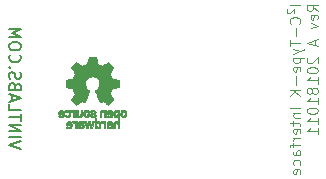
<source format=gbr>
G04 #@! TF.GenerationSoftware,KiCad,Pcbnew,5.0.0*
G04 #@! TF.CreationDate,2018-10-11T21:07:35-04:00*
G04 #@! TF.ProjectId,I2C_Thermocouple,4932435F546865726D6F636F75706C65,rev?*
G04 #@! TF.SameCoordinates,Original*
G04 #@! TF.FileFunction,Legend,Bot*
G04 #@! TF.FilePolarity,Positive*
%FSLAX46Y46*%
G04 Gerber Fmt 4.6, Leading zero omitted, Abs format (unit mm)*
G04 Created by KiCad (PCBNEW 5.0.0) date Thu Oct 11 21:07:35 2018*
%MOMM*%
%LPD*%
G01*
G04 APERTURE LIST*
%ADD10C,0.200000*%
%ADD11C,0.100000*%
%ADD12C,0.010000*%
G04 APERTURE END LIST*
D10*
X181014619Y-91479047D02*
X180014619Y-91145714D01*
X181014619Y-90812380D01*
X180014619Y-90479047D02*
X181014619Y-90479047D01*
X180014619Y-90002857D02*
X181014619Y-90002857D01*
X180014619Y-89431428D01*
X181014619Y-89431428D01*
X181014619Y-89098095D02*
X181014619Y-88526666D01*
X180014619Y-88812380D02*
X181014619Y-88812380D01*
X180014619Y-87717142D02*
X180014619Y-88193333D01*
X181014619Y-88193333D01*
X180300333Y-87431428D02*
X180300333Y-86955238D01*
X180014619Y-87526666D02*
X181014619Y-87193333D01*
X180014619Y-86860000D01*
X180538428Y-86193333D02*
X180490809Y-86050476D01*
X180443190Y-86002857D01*
X180347952Y-85955238D01*
X180205095Y-85955238D01*
X180109857Y-86002857D01*
X180062238Y-86050476D01*
X180014619Y-86145714D01*
X180014619Y-86526666D01*
X181014619Y-86526666D01*
X181014619Y-86193333D01*
X180967000Y-86098095D01*
X180919380Y-86050476D01*
X180824142Y-86002857D01*
X180728904Y-86002857D01*
X180633666Y-86050476D01*
X180586047Y-86098095D01*
X180538428Y-86193333D01*
X180538428Y-86526666D01*
X180062238Y-85574285D02*
X180014619Y-85431428D01*
X180014619Y-85193333D01*
X180062238Y-85098095D01*
X180109857Y-85050476D01*
X180205095Y-85002857D01*
X180300333Y-85002857D01*
X180395571Y-85050476D01*
X180443190Y-85098095D01*
X180490809Y-85193333D01*
X180538428Y-85383809D01*
X180586047Y-85479047D01*
X180633666Y-85526666D01*
X180728904Y-85574285D01*
X180824142Y-85574285D01*
X180919380Y-85526666D01*
X180967000Y-85479047D01*
X181014619Y-85383809D01*
X181014619Y-85145714D01*
X180967000Y-85002857D01*
X180109857Y-84574285D02*
X180062238Y-84526666D01*
X180014619Y-84574285D01*
X180062238Y-84621904D01*
X180109857Y-84574285D01*
X180014619Y-84574285D01*
X180109857Y-83526666D02*
X180062238Y-83574285D01*
X180014619Y-83717142D01*
X180014619Y-83812380D01*
X180062238Y-83955238D01*
X180157476Y-84050476D01*
X180252714Y-84098095D01*
X180443190Y-84145714D01*
X180586047Y-84145714D01*
X180776523Y-84098095D01*
X180871761Y-84050476D01*
X180967000Y-83955238D01*
X181014619Y-83812380D01*
X181014619Y-83717142D01*
X180967000Y-83574285D01*
X180919380Y-83526666D01*
X181014619Y-82907619D02*
X181014619Y-82717142D01*
X180967000Y-82621904D01*
X180871761Y-82526666D01*
X180681285Y-82479047D01*
X180347952Y-82479047D01*
X180157476Y-82526666D01*
X180062238Y-82621904D01*
X180014619Y-82717142D01*
X180014619Y-82907619D01*
X180062238Y-83002857D01*
X180157476Y-83098095D01*
X180347952Y-83145714D01*
X180681285Y-83145714D01*
X180871761Y-83098095D01*
X180967000Y-83002857D01*
X181014619Y-82907619D01*
X180014619Y-82050476D02*
X181014619Y-82050476D01*
X180300333Y-81717142D01*
X181014619Y-81383809D01*
X180014619Y-81383809D01*
D11*
X204697142Y-79273285D02*
X203797142Y-79273285D01*
X203582857Y-79659000D02*
X203540000Y-79744714D01*
X203540000Y-79873285D01*
X203582857Y-79959000D01*
X203668571Y-80001857D01*
X203754285Y-80001857D01*
X203840000Y-79959000D01*
X204140000Y-79659000D01*
X204140000Y-80001857D01*
X204611428Y-80901857D02*
X204654285Y-80859000D01*
X204697142Y-80730428D01*
X204697142Y-80644714D01*
X204654285Y-80516142D01*
X204568571Y-80430428D01*
X204482857Y-80387571D01*
X204311428Y-80344714D01*
X204182857Y-80344714D01*
X204011428Y-80387571D01*
X203925714Y-80430428D01*
X203840000Y-80516142D01*
X203797142Y-80644714D01*
X203797142Y-80730428D01*
X203840000Y-80859000D01*
X203882857Y-80901857D01*
X204354285Y-81287571D02*
X204354285Y-81973285D01*
X203797142Y-82273285D02*
X203797142Y-82787571D01*
X204697142Y-82530428D02*
X203797142Y-82530428D01*
X204097142Y-83001857D02*
X204697142Y-83216142D01*
X204097142Y-83430428D02*
X204697142Y-83216142D01*
X204911428Y-83130428D01*
X204954285Y-83087571D01*
X204997142Y-83001857D01*
X204097142Y-83773285D02*
X204997142Y-83773285D01*
X204140000Y-83773285D02*
X204097142Y-83859000D01*
X204097142Y-84030428D01*
X204140000Y-84116142D01*
X204182857Y-84159000D01*
X204268571Y-84201857D01*
X204525714Y-84201857D01*
X204611428Y-84159000D01*
X204654285Y-84116142D01*
X204697142Y-84030428D01*
X204697142Y-83859000D01*
X204654285Y-83773285D01*
X204654285Y-84930428D02*
X204697142Y-84844714D01*
X204697142Y-84673285D01*
X204654285Y-84587571D01*
X204568571Y-84544714D01*
X204225714Y-84544714D01*
X204140000Y-84587571D01*
X204097142Y-84673285D01*
X204097142Y-84844714D01*
X204140000Y-84930428D01*
X204225714Y-84973285D01*
X204311428Y-84973285D01*
X204397142Y-84544714D01*
X204354285Y-85359000D02*
X204354285Y-86044714D01*
X204697142Y-86473285D02*
X203797142Y-86473285D01*
X204697142Y-86987571D02*
X204182857Y-86601857D01*
X203797142Y-86987571D02*
X204311428Y-86473285D01*
X204697142Y-88059000D02*
X203797142Y-88059000D01*
X204097142Y-88487571D02*
X204697142Y-88487571D01*
X204182857Y-88487571D02*
X204140000Y-88530428D01*
X204097142Y-88616142D01*
X204097142Y-88744714D01*
X204140000Y-88830428D01*
X204225714Y-88873285D01*
X204697142Y-88873285D01*
X204097142Y-89173285D02*
X204097142Y-89516142D01*
X203797142Y-89301857D02*
X204568571Y-89301857D01*
X204654285Y-89344714D01*
X204697142Y-89430428D01*
X204697142Y-89516142D01*
X204654285Y-90159000D02*
X204697142Y-90073285D01*
X204697142Y-89901857D01*
X204654285Y-89816142D01*
X204568571Y-89773285D01*
X204225714Y-89773285D01*
X204140000Y-89816142D01*
X204097142Y-89901857D01*
X204097142Y-90073285D01*
X204140000Y-90159000D01*
X204225714Y-90201857D01*
X204311428Y-90201857D01*
X204397142Y-89773285D01*
X204697142Y-90587571D02*
X204097142Y-90587571D01*
X204268571Y-90587571D02*
X204182857Y-90630428D01*
X204140000Y-90673285D01*
X204097142Y-90759000D01*
X204097142Y-90844714D01*
X204097142Y-91016142D02*
X204097142Y-91359000D01*
X204697142Y-91144714D02*
X203925714Y-91144714D01*
X203840000Y-91187571D01*
X203797142Y-91273285D01*
X203797142Y-91359000D01*
X204697142Y-92044714D02*
X204225714Y-92044714D01*
X204140000Y-92001857D01*
X204097142Y-91916142D01*
X204097142Y-91744714D01*
X204140000Y-91659000D01*
X204654285Y-92044714D02*
X204697142Y-91959000D01*
X204697142Y-91744714D01*
X204654285Y-91659000D01*
X204568571Y-91616142D01*
X204482857Y-91616142D01*
X204397142Y-91659000D01*
X204354285Y-91744714D01*
X204354285Y-91959000D01*
X204311428Y-92044714D01*
X204654285Y-92859000D02*
X204697142Y-92773285D01*
X204697142Y-92601857D01*
X204654285Y-92516142D01*
X204611428Y-92473285D01*
X204525714Y-92430428D01*
X204268571Y-92430428D01*
X204182857Y-92473285D01*
X204140000Y-92516142D01*
X204097142Y-92601857D01*
X204097142Y-92773285D01*
X204140000Y-92859000D01*
X204654285Y-93587571D02*
X204697142Y-93501857D01*
X204697142Y-93330428D01*
X204654285Y-93244714D01*
X204568571Y-93201857D01*
X204225714Y-93201857D01*
X204140000Y-93244714D01*
X204097142Y-93330428D01*
X204097142Y-93501857D01*
X204140000Y-93587571D01*
X204225714Y-93630428D01*
X204311428Y-93630428D01*
X204397142Y-93201857D01*
X206147142Y-79787571D02*
X205718571Y-79487571D01*
X206147142Y-79273285D02*
X205247142Y-79273285D01*
X205247142Y-79616142D01*
X205290000Y-79701857D01*
X205332857Y-79744714D01*
X205418571Y-79787571D01*
X205547142Y-79787571D01*
X205632857Y-79744714D01*
X205675714Y-79701857D01*
X205718571Y-79616142D01*
X205718571Y-79273285D01*
X206104285Y-80516142D02*
X206147142Y-80430428D01*
X206147142Y-80259000D01*
X206104285Y-80173285D01*
X206018571Y-80130428D01*
X205675714Y-80130428D01*
X205590000Y-80173285D01*
X205547142Y-80259000D01*
X205547142Y-80430428D01*
X205590000Y-80516142D01*
X205675714Y-80559000D01*
X205761428Y-80559000D01*
X205847142Y-80130428D01*
X205547142Y-80859000D02*
X206147142Y-81073285D01*
X205547142Y-81287571D01*
X205890000Y-82273285D02*
X205890000Y-82701857D01*
X206147142Y-82187571D02*
X205247142Y-82487571D01*
X206147142Y-82787571D01*
X205332857Y-83730428D02*
X205290000Y-83773285D01*
X205247142Y-83859000D01*
X205247142Y-84073285D01*
X205290000Y-84159000D01*
X205332857Y-84201857D01*
X205418571Y-84244714D01*
X205504285Y-84244714D01*
X205632857Y-84201857D01*
X206147142Y-83687571D01*
X206147142Y-84244714D01*
X205247142Y-84801857D02*
X205247142Y-84887571D01*
X205290000Y-84973285D01*
X205332857Y-85016142D01*
X205418571Y-85059000D01*
X205590000Y-85101857D01*
X205804285Y-85101857D01*
X205975714Y-85059000D01*
X206061428Y-85016142D01*
X206104285Y-84973285D01*
X206147142Y-84887571D01*
X206147142Y-84801857D01*
X206104285Y-84716142D01*
X206061428Y-84673285D01*
X205975714Y-84630428D01*
X205804285Y-84587571D01*
X205590000Y-84587571D01*
X205418571Y-84630428D01*
X205332857Y-84673285D01*
X205290000Y-84716142D01*
X205247142Y-84801857D01*
X206147142Y-85959000D02*
X206147142Y-85444714D01*
X206147142Y-85701857D02*
X205247142Y-85701857D01*
X205375714Y-85616142D01*
X205461428Y-85530428D01*
X205504285Y-85444714D01*
X205632857Y-86473285D02*
X205590000Y-86387571D01*
X205547142Y-86344714D01*
X205461428Y-86301857D01*
X205418571Y-86301857D01*
X205332857Y-86344714D01*
X205290000Y-86387571D01*
X205247142Y-86473285D01*
X205247142Y-86644714D01*
X205290000Y-86730428D01*
X205332857Y-86773285D01*
X205418571Y-86816142D01*
X205461428Y-86816142D01*
X205547142Y-86773285D01*
X205590000Y-86730428D01*
X205632857Y-86644714D01*
X205632857Y-86473285D01*
X205675714Y-86387571D01*
X205718571Y-86344714D01*
X205804285Y-86301857D01*
X205975714Y-86301857D01*
X206061428Y-86344714D01*
X206104285Y-86387571D01*
X206147142Y-86473285D01*
X206147142Y-86644714D01*
X206104285Y-86730428D01*
X206061428Y-86773285D01*
X205975714Y-86816142D01*
X205804285Y-86816142D01*
X205718571Y-86773285D01*
X205675714Y-86730428D01*
X205632857Y-86644714D01*
X206147142Y-87673285D02*
X206147142Y-87159000D01*
X206147142Y-87416142D02*
X205247142Y-87416142D01*
X205375714Y-87330428D01*
X205461428Y-87244714D01*
X205504285Y-87159000D01*
X205247142Y-88230428D02*
X205247142Y-88316142D01*
X205290000Y-88401857D01*
X205332857Y-88444714D01*
X205418571Y-88487571D01*
X205590000Y-88530428D01*
X205804285Y-88530428D01*
X205975714Y-88487571D01*
X206061428Y-88444714D01*
X206104285Y-88401857D01*
X206147142Y-88316142D01*
X206147142Y-88230428D01*
X206104285Y-88144714D01*
X206061428Y-88101857D01*
X205975714Y-88059000D01*
X205804285Y-88016142D01*
X205590000Y-88016142D01*
X205418571Y-88059000D01*
X205332857Y-88101857D01*
X205290000Y-88144714D01*
X205247142Y-88230428D01*
X206147142Y-89387571D02*
X206147142Y-88873285D01*
X206147142Y-89130428D02*
X205247142Y-89130428D01*
X205375714Y-89044714D01*
X205461428Y-88959000D01*
X205504285Y-88873285D01*
X206147142Y-90244714D02*
X206147142Y-89730428D01*
X206147142Y-89987571D02*
X205247142Y-89987571D01*
X205375714Y-89901857D01*
X205461428Y-89816142D01*
X205504285Y-89730428D01*
D12*
G04 #@! TO.C,REF\002A\002A*
G36*
X186694036Y-84031018D02*
X186637188Y-84332570D01*
X186217662Y-84505512D01*
X185966016Y-84334395D01*
X185895542Y-84286750D01*
X185831837Y-84244210D01*
X185777874Y-84208715D01*
X185736627Y-84182210D01*
X185711066Y-84166636D01*
X185704105Y-84163278D01*
X185691565Y-84171914D01*
X185664769Y-84195792D01*
X185626720Y-84231859D01*
X185580421Y-84277067D01*
X185528877Y-84328364D01*
X185475091Y-84382701D01*
X185422065Y-84437028D01*
X185372805Y-84488295D01*
X185330313Y-84533451D01*
X185297593Y-84569446D01*
X185277649Y-84593230D01*
X185272881Y-84601190D01*
X185279743Y-84615865D01*
X185298980Y-84648014D01*
X185328570Y-84694492D01*
X185366490Y-84752156D01*
X185410718Y-84817860D01*
X185436346Y-84855336D01*
X185483059Y-84923768D01*
X185524568Y-84985520D01*
X185558860Y-85037519D01*
X185583920Y-85076692D01*
X185597736Y-85099965D01*
X185599812Y-85104855D01*
X185595105Y-85118755D01*
X185582277Y-85151150D01*
X185563262Y-85197485D01*
X185539997Y-85253206D01*
X185514416Y-85313758D01*
X185488455Y-85374586D01*
X185464050Y-85431136D01*
X185443137Y-85478852D01*
X185427651Y-85513181D01*
X185419528Y-85529568D01*
X185419048Y-85530212D01*
X185406293Y-85533341D01*
X185372323Y-85540321D01*
X185320660Y-85550467D01*
X185254824Y-85563092D01*
X185178336Y-85577509D01*
X185133710Y-85585823D01*
X185051979Y-85601384D01*
X184978157Y-85616192D01*
X184915979Y-85629436D01*
X184869178Y-85640305D01*
X184841491Y-85647989D01*
X184835926Y-85650427D01*
X184830474Y-85666930D01*
X184826076Y-85704200D01*
X184822728Y-85757880D01*
X184820426Y-85823612D01*
X184819168Y-85897037D01*
X184818952Y-85973796D01*
X184819773Y-86049532D01*
X184821629Y-86119886D01*
X184824518Y-86180500D01*
X184828435Y-86227016D01*
X184833378Y-86255075D01*
X184836343Y-86260916D01*
X184854066Y-86267917D01*
X184891619Y-86277927D01*
X184944036Y-86289769D01*
X185006348Y-86302267D01*
X185028100Y-86306310D01*
X185132976Y-86325520D01*
X185215820Y-86340991D01*
X185279370Y-86353337D01*
X185326363Y-86363173D01*
X185359537Y-86371114D01*
X185381629Y-86377776D01*
X185395376Y-86383773D01*
X185403516Y-86389719D01*
X185404655Y-86390894D01*
X185416023Y-86409826D01*
X185433365Y-86446669D01*
X185454950Y-86496913D01*
X185479046Y-86556046D01*
X185503921Y-86619556D01*
X185527843Y-86682932D01*
X185549081Y-86741662D01*
X185565903Y-86791235D01*
X185576578Y-86827139D01*
X185579373Y-86844862D01*
X185579140Y-86845483D01*
X185569669Y-86859970D01*
X185548182Y-86891844D01*
X185516937Y-86937789D01*
X185478193Y-86994485D01*
X185434207Y-87058617D01*
X185421681Y-87076842D01*
X185377016Y-87142914D01*
X185337712Y-87203200D01*
X185305912Y-87254235D01*
X185283755Y-87292560D01*
X185273383Y-87314711D01*
X185272881Y-87317432D01*
X185281595Y-87331736D01*
X185305675Y-87360072D01*
X185342024Y-87399396D01*
X185387547Y-87446661D01*
X185439148Y-87498823D01*
X185493733Y-87552835D01*
X185548206Y-87605653D01*
X185599471Y-87654231D01*
X185644433Y-87695523D01*
X185679996Y-87726485D01*
X185703065Y-87744070D01*
X185709446Y-87746941D01*
X185724301Y-87740178D01*
X185754714Y-87721939D01*
X185795732Y-87695297D01*
X185827291Y-87673852D01*
X185884475Y-87634503D01*
X185952194Y-87588171D01*
X186020120Y-87541913D01*
X186056639Y-87517155D01*
X186180248Y-87433547D01*
X186284009Y-87489650D01*
X186331280Y-87514228D01*
X186371477Y-87533331D01*
X186398674Y-87544227D01*
X186405598Y-87545743D01*
X186413923Y-87534549D01*
X186430346Y-87502917D01*
X186453643Y-87453765D01*
X186482586Y-87390010D01*
X186515950Y-87314571D01*
X186552509Y-87230364D01*
X186591036Y-87140308D01*
X186630306Y-87047321D01*
X186669092Y-86954320D01*
X186706170Y-86864223D01*
X186740311Y-86779948D01*
X186770292Y-86704413D01*
X186794884Y-86640534D01*
X186812864Y-86591231D01*
X186823003Y-86559421D01*
X186824634Y-86548496D01*
X186811709Y-86534561D01*
X186783411Y-86511940D01*
X186745654Y-86485333D01*
X186742485Y-86483228D01*
X186644900Y-86405114D01*
X186566214Y-86313982D01*
X186507109Y-86212745D01*
X186468268Y-86104318D01*
X186450372Y-85991614D01*
X186454103Y-85877548D01*
X186480143Y-85765034D01*
X186529175Y-85656985D01*
X186543600Y-85633345D01*
X186618631Y-85537887D01*
X186707270Y-85461232D01*
X186806451Y-85403780D01*
X186913105Y-85365929D01*
X187024164Y-85348078D01*
X187136561Y-85350625D01*
X187247227Y-85373970D01*
X187353094Y-85418510D01*
X187451095Y-85484645D01*
X187481410Y-85511487D01*
X187558562Y-85595512D01*
X187614782Y-85683966D01*
X187653347Y-85783115D01*
X187674826Y-85881303D01*
X187680128Y-85991697D01*
X187662448Y-86102640D01*
X187623581Y-86210381D01*
X187565323Y-86311169D01*
X187489469Y-86401256D01*
X187397817Y-86476892D01*
X187385772Y-86484864D01*
X187347611Y-86510974D01*
X187318601Y-86533595D01*
X187304732Y-86548039D01*
X187304531Y-86548496D01*
X187307508Y-86564121D01*
X187319311Y-86599582D01*
X187338714Y-86651962D01*
X187364488Y-86718345D01*
X187395409Y-86795814D01*
X187430249Y-86881450D01*
X187467783Y-86972337D01*
X187506783Y-87065559D01*
X187546023Y-87158197D01*
X187584276Y-87247335D01*
X187620317Y-87330055D01*
X187652917Y-87403441D01*
X187680852Y-87464575D01*
X187702895Y-87510541D01*
X187717818Y-87538421D01*
X187723828Y-87545743D01*
X187742191Y-87540041D01*
X187776552Y-87524749D01*
X187820984Y-87502599D01*
X187845417Y-87489650D01*
X187949178Y-87433547D01*
X188072787Y-87517155D01*
X188135886Y-87559987D01*
X188204970Y-87607122D01*
X188269707Y-87651503D01*
X188302134Y-87673852D01*
X188347741Y-87704477D01*
X188386360Y-87728747D01*
X188412952Y-87743587D01*
X188421590Y-87746724D01*
X188434161Y-87738261D01*
X188461984Y-87714636D01*
X188502361Y-87678302D01*
X188552595Y-87631711D01*
X188609988Y-87577317D01*
X188646286Y-87542392D01*
X188709790Y-87479996D01*
X188764673Y-87424188D01*
X188808714Y-87377354D01*
X188839695Y-87341882D01*
X188855398Y-87320161D01*
X188856905Y-87315752D01*
X188849914Y-87298985D01*
X188830594Y-87265082D01*
X188801091Y-87217476D01*
X188763545Y-87159599D01*
X188720100Y-87094884D01*
X188707745Y-87076842D01*
X188662727Y-87011267D01*
X188622340Y-86952228D01*
X188588840Y-86903042D01*
X188564486Y-86867028D01*
X188551536Y-86847502D01*
X188550285Y-86845483D01*
X188552156Y-86829922D01*
X188562087Y-86795709D01*
X188578347Y-86747355D01*
X188599205Y-86689371D01*
X188622927Y-86626270D01*
X188647784Y-86562563D01*
X188672042Y-86502761D01*
X188693971Y-86451376D01*
X188711838Y-86412919D01*
X188723913Y-86391902D01*
X188724771Y-86390894D01*
X188732154Y-86384888D01*
X188744625Y-86378948D01*
X188764920Y-86372460D01*
X188795778Y-86364809D01*
X188839934Y-86355380D01*
X188900126Y-86343559D01*
X188979093Y-86328729D01*
X189079570Y-86310277D01*
X189101325Y-86306310D01*
X189165802Y-86293853D01*
X189222011Y-86281666D01*
X189264987Y-86270926D01*
X189289760Y-86262809D01*
X189293082Y-86260916D01*
X189298556Y-86244138D01*
X189303006Y-86206645D01*
X189306428Y-86152794D01*
X189308819Y-86086944D01*
X189310177Y-86013453D01*
X189310499Y-85936680D01*
X189309781Y-85860983D01*
X189308021Y-85790720D01*
X189305216Y-85730250D01*
X189301362Y-85683930D01*
X189296457Y-85656119D01*
X189293500Y-85650427D01*
X189277037Y-85644686D01*
X189239551Y-85635345D01*
X189184775Y-85623215D01*
X189116445Y-85609107D01*
X189038294Y-85593830D01*
X188995716Y-85585823D01*
X188914929Y-85570721D01*
X188842887Y-85557040D01*
X188783111Y-85545467D01*
X188739121Y-85536687D01*
X188714439Y-85531387D01*
X188710377Y-85530212D01*
X188703511Y-85516965D01*
X188688998Y-85485057D01*
X188668771Y-85439047D01*
X188644766Y-85383492D01*
X188618918Y-85322953D01*
X188593160Y-85261986D01*
X188569427Y-85205151D01*
X188549654Y-85157006D01*
X188535776Y-85122110D01*
X188529726Y-85105021D01*
X188529614Y-85104274D01*
X188536472Y-85090793D01*
X188555698Y-85059770D01*
X188585272Y-85014289D01*
X188623173Y-84957432D01*
X188667380Y-84892283D01*
X188693079Y-84854862D01*
X188739907Y-84786247D01*
X188781499Y-84723952D01*
X188815825Y-84671129D01*
X188840857Y-84630927D01*
X188854565Y-84606500D01*
X188856544Y-84601024D01*
X188848034Y-84588278D01*
X188824507Y-84561063D01*
X188788968Y-84522428D01*
X188744423Y-84475423D01*
X188693877Y-84423095D01*
X188640336Y-84368495D01*
X188586805Y-84314670D01*
X188536289Y-84264670D01*
X188491794Y-84221543D01*
X188456325Y-84188339D01*
X188432887Y-84168106D01*
X188425046Y-84163278D01*
X188412280Y-84170067D01*
X188381744Y-84189142D01*
X188336410Y-84218561D01*
X188279244Y-84256381D01*
X188213216Y-84300661D01*
X188163410Y-84334395D01*
X187911764Y-84505512D01*
X187702001Y-84419041D01*
X187492237Y-84332570D01*
X187435389Y-84031018D01*
X187378540Y-83729466D01*
X186750885Y-83729466D01*
X186694036Y-84031018D01*
X186694036Y-84031018D01*
G37*
X186694036Y-84031018D02*
X186637188Y-84332570D01*
X186217662Y-84505512D01*
X185966016Y-84334395D01*
X185895542Y-84286750D01*
X185831837Y-84244210D01*
X185777874Y-84208715D01*
X185736627Y-84182210D01*
X185711066Y-84166636D01*
X185704105Y-84163278D01*
X185691565Y-84171914D01*
X185664769Y-84195792D01*
X185626720Y-84231859D01*
X185580421Y-84277067D01*
X185528877Y-84328364D01*
X185475091Y-84382701D01*
X185422065Y-84437028D01*
X185372805Y-84488295D01*
X185330313Y-84533451D01*
X185297593Y-84569446D01*
X185277649Y-84593230D01*
X185272881Y-84601190D01*
X185279743Y-84615865D01*
X185298980Y-84648014D01*
X185328570Y-84694492D01*
X185366490Y-84752156D01*
X185410718Y-84817860D01*
X185436346Y-84855336D01*
X185483059Y-84923768D01*
X185524568Y-84985520D01*
X185558860Y-85037519D01*
X185583920Y-85076692D01*
X185597736Y-85099965D01*
X185599812Y-85104855D01*
X185595105Y-85118755D01*
X185582277Y-85151150D01*
X185563262Y-85197485D01*
X185539997Y-85253206D01*
X185514416Y-85313758D01*
X185488455Y-85374586D01*
X185464050Y-85431136D01*
X185443137Y-85478852D01*
X185427651Y-85513181D01*
X185419528Y-85529568D01*
X185419048Y-85530212D01*
X185406293Y-85533341D01*
X185372323Y-85540321D01*
X185320660Y-85550467D01*
X185254824Y-85563092D01*
X185178336Y-85577509D01*
X185133710Y-85585823D01*
X185051979Y-85601384D01*
X184978157Y-85616192D01*
X184915979Y-85629436D01*
X184869178Y-85640305D01*
X184841491Y-85647989D01*
X184835926Y-85650427D01*
X184830474Y-85666930D01*
X184826076Y-85704200D01*
X184822728Y-85757880D01*
X184820426Y-85823612D01*
X184819168Y-85897037D01*
X184818952Y-85973796D01*
X184819773Y-86049532D01*
X184821629Y-86119886D01*
X184824518Y-86180500D01*
X184828435Y-86227016D01*
X184833378Y-86255075D01*
X184836343Y-86260916D01*
X184854066Y-86267917D01*
X184891619Y-86277927D01*
X184944036Y-86289769D01*
X185006348Y-86302267D01*
X185028100Y-86306310D01*
X185132976Y-86325520D01*
X185215820Y-86340991D01*
X185279370Y-86353337D01*
X185326363Y-86363173D01*
X185359537Y-86371114D01*
X185381629Y-86377776D01*
X185395376Y-86383773D01*
X185403516Y-86389719D01*
X185404655Y-86390894D01*
X185416023Y-86409826D01*
X185433365Y-86446669D01*
X185454950Y-86496913D01*
X185479046Y-86556046D01*
X185503921Y-86619556D01*
X185527843Y-86682932D01*
X185549081Y-86741662D01*
X185565903Y-86791235D01*
X185576578Y-86827139D01*
X185579373Y-86844862D01*
X185579140Y-86845483D01*
X185569669Y-86859970D01*
X185548182Y-86891844D01*
X185516937Y-86937789D01*
X185478193Y-86994485D01*
X185434207Y-87058617D01*
X185421681Y-87076842D01*
X185377016Y-87142914D01*
X185337712Y-87203200D01*
X185305912Y-87254235D01*
X185283755Y-87292560D01*
X185273383Y-87314711D01*
X185272881Y-87317432D01*
X185281595Y-87331736D01*
X185305675Y-87360072D01*
X185342024Y-87399396D01*
X185387547Y-87446661D01*
X185439148Y-87498823D01*
X185493733Y-87552835D01*
X185548206Y-87605653D01*
X185599471Y-87654231D01*
X185644433Y-87695523D01*
X185679996Y-87726485D01*
X185703065Y-87744070D01*
X185709446Y-87746941D01*
X185724301Y-87740178D01*
X185754714Y-87721939D01*
X185795732Y-87695297D01*
X185827291Y-87673852D01*
X185884475Y-87634503D01*
X185952194Y-87588171D01*
X186020120Y-87541913D01*
X186056639Y-87517155D01*
X186180248Y-87433547D01*
X186284009Y-87489650D01*
X186331280Y-87514228D01*
X186371477Y-87533331D01*
X186398674Y-87544227D01*
X186405598Y-87545743D01*
X186413923Y-87534549D01*
X186430346Y-87502917D01*
X186453643Y-87453765D01*
X186482586Y-87390010D01*
X186515950Y-87314571D01*
X186552509Y-87230364D01*
X186591036Y-87140308D01*
X186630306Y-87047321D01*
X186669092Y-86954320D01*
X186706170Y-86864223D01*
X186740311Y-86779948D01*
X186770292Y-86704413D01*
X186794884Y-86640534D01*
X186812864Y-86591231D01*
X186823003Y-86559421D01*
X186824634Y-86548496D01*
X186811709Y-86534561D01*
X186783411Y-86511940D01*
X186745654Y-86485333D01*
X186742485Y-86483228D01*
X186644900Y-86405114D01*
X186566214Y-86313982D01*
X186507109Y-86212745D01*
X186468268Y-86104318D01*
X186450372Y-85991614D01*
X186454103Y-85877548D01*
X186480143Y-85765034D01*
X186529175Y-85656985D01*
X186543600Y-85633345D01*
X186618631Y-85537887D01*
X186707270Y-85461232D01*
X186806451Y-85403780D01*
X186913105Y-85365929D01*
X187024164Y-85348078D01*
X187136561Y-85350625D01*
X187247227Y-85373970D01*
X187353094Y-85418510D01*
X187451095Y-85484645D01*
X187481410Y-85511487D01*
X187558562Y-85595512D01*
X187614782Y-85683966D01*
X187653347Y-85783115D01*
X187674826Y-85881303D01*
X187680128Y-85991697D01*
X187662448Y-86102640D01*
X187623581Y-86210381D01*
X187565323Y-86311169D01*
X187489469Y-86401256D01*
X187397817Y-86476892D01*
X187385772Y-86484864D01*
X187347611Y-86510974D01*
X187318601Y-86533595D01*
X187304732Y-86548039D01*
X187304531Y-86548496D01*
X187307508Y-86564121D01*
X187319311Y-86599582D01*
X187338714Y-86651962D01*
X187364488Y-86718345D01*
X187395409Y-86795814D01*
X187430249Y-86881450D01*
X187467783Y-86972337D01*
X187506783Y-87065559D01*
X187546023Y-87158197D01*
X187584276Y-87247335D01*
X187620317Y-87330055D01*
X187652917Y-87403441D01*
X187680852Y-87464575D01*
X187702895Y-87510541D01*
X187717818Y-87538421D01*
X187723828Y-87545743D01*
X187742191Y-87540041D01*
X187776552Y-87524749D01*
X187820984Y-87502599D01*
X187845417Y-87489650D01*
X187949178Y-87433547D01*
X188072787Y-87517155D01*
X188135886Y-87559987D01*
X188204970Y-87607122D01*
X188269707Y-87651503D01*
X188302134Y-87673852D01*
X188347741Y-87704477D01*
X188386360Y-87728747D01*
X188412952Y-87743587D01*
X188421590Y-87746724D01*
X188434161Y-87738261D01*
X188461984Y-87714636D01*
X188502361Y-87678302D01*
X188552595Y-87631711D01*
X188609988Y-87577317D01*
X188646286Y-87542392D01*
X188709790Y-87479996D01*
X188764673Y-87424188D01*
X188808714Y-87377354D01*
X188839695Y-87341882D01*
X188855398Y-87320161D01*
X188856905Y-87315752D01*
X188849914Y-87298985D01*
X188830594Y-87265082D01*
X188801091Y-87217476D01*
X188763545Y-87159599D01*
X188720100Y-87094884D01*
X188707745Y-87076842D01*
X188662727Y-87011267D01*
X188622340Y-86952228D01*
X188588840Y-86903042D01*
X188564486Y-86867028D01*
X188551536Y-86847502D01*
X188550285Y-86845483D01*
X188552156Y-86829922D01*
X188562087Y-86795709D01*
X188578347Y-86747355D01*
X188599205Y-86689371D01*
X188622927Y-86626270D01*
X188647784Y-86562563D01*
X188672042Y-86502761D01*
X188693971Y-86451376D01*
X188711838Y-86412919D01*
X188723913Y-86391902D01*
X188724771Y-86390894D01*
X188732154Y-86384888D01*
X188744625Y-86378948D01*
X188764920Y-86372460D01*
X188795778Y-86364809D01*
X188839934Y-86355380D01*
X188900126Y-86343559D01*
X188979093Y-86328729D01*
X189079570Y-86310277D01*
X189101325Y-86306310D01*
X189165802Y-86293853D01*
X189222011Y-86281666D01*
X189264987Y-86270926D01*
X189289760Y-86262809D01*
X189293082Y-86260916D01*
X189298556Y-86244138D01*
X189303006Y-86206645D01*
X189306428Y-86152794D01*
X189308819Y-86086944D01*
X189310177Y-86013453D01*
X189310499Y-85936680D01*
X189309781Y-85860983D01*
X189308021Y-85790720D01*
X189305216Y-85730250D01*
X189301362Y-85683930D01*
X189296457Y-85656119D01*
X189293500Y-85650427D01*
X189277037Y-85644686D01*
X189239551Y-85635345D01*
X189184775Y-85623215D01*
X189116445Y-85609107D01*
X189038294Y-85593830D01*
X188995716Y-85585823D01*
X188914929Y-85570721D01*
X188842887Y-85557040D01*
X188783111Y-85545467D01*
X188739121Y-85536687D01*
X188714439Y-85531387D01*
X188710377Y-85530212D01*
X188703511Y-85516965D01*
X188688998Y-85485057D01*
X188668771Y-85439047D01*
X188644766Y-85383492D01*
X188618918Y-85322953D01*
X188593160Y-85261986D01*
X188569427Y-85205151D01*
X188549654Y-85157006D01*
X188535776Y-85122110D01*
X188529726Y-85105021D01*
X188529614Y-85104274D01*
X188536472Y-85090793D01*
X188555698Y-85059770D01*
X188585272Y-85014289D01*
X188623173Y-84957432D01*
X188667380Y-84892283D01*
X188693079Y-84854862D01*
X188739907Y-84786247D01*
X188781499Y-84723952D01*
X188815825Y-84671129D01*
X188840857Y-84630927D01*
X188854565Y-84606500D01*
X188856544Y-84601024D01*
X188848034Y-84588278D01*
X188824507Y-84561063D01*
X188788968Y-84522428D01*
X188744423Y-84475423D01*
X188693877Y-84423095D01*
X188640336Y-84368495D01*
X188586805Y-84314670D01*
X188536289Y-84264670D01*
X188491794Y-84221543D01*
X188456325Y-84188339D01*
X188432887Y-84168106D01*
X188425046Y-84163278D01*
X188412280Y-84170067D01*
X188381744Y-84189142D01*
X188336410Y-84218561D01*
X188279244Y-84256381D01*
X188213216Y-84300661D01*
X188163410Y-84334395D01*
X187911764Y-84505512D01*
X187702001Y-84419041D01*
X187492237Y-84332570D01*
X187435389Y-84031018D01*
X187378540Y-83729466D01*
X186750885Y-83729466D01*
X186694036Y-84031018D01*
G36*
X185271540Y-88199030D02*
X185228289Y-88212245D01*
X185200442Y-88228941D01*
X185191371Y-88242145D01*
X185193868Y-88257797D01*
X185210069Y-88282385D01*
X185223768Y-88299800D01*
X185252008Y-88331283D01*
X185273225Y-88344529D01*
X185291312Y-88343664D01*
X185344965Y-88330010D01*
X185384370Y-88330630D01*
X185416368Y-88346104D01*
X185427110Y-88355161D01*
X185461495Y-88387027D01*
X185461495Y-88803179D01*
X185599812Y-88803179D01*
X185599812Y-88199614D01*
X185530653Y-88199614D01*
X185489131Y-88201256D01*
X185467709Y-88207087D01*
X185461498Y-88218461D01*
X185461495Y-88218798D01*
X185458561Y-88230713D01*
X185445296Y-88229159D01*
X185426916Y-88220563D01*
X185388954Y-88204568D01*
X185358128Y-88194945D01*
X185318464Y-88192478D01*
X185271540Y-88199030D01*
X185271540Y-88199030D01*
G37*
X185271540Y-88199030D02*
X185228289Y-88212245D01*
X185200442Y-88228941D01*
X185191371Y-88242145D01*
X185193868Y-88257797D01*
X185210069Y-88282385D01*
X185223768Y-88299800D01*
X185252008Y-88331283D01*
X185273225Y-88344529D01*
X185291312Y-88343664D01*
X185344965Y-88330010D01*
X185384370Y-88330630D01*
X185416368Y-88346104D01*
X185427110Y-88355161D01*
X185461495Y-88387027D01*
X185461495Y-88803179D01*
X185599812Y-88803179D01*
X185599812Y-88199614D01*
X185530653Y-88199614D01*
X185489131Y-88201256D01*
X185467709Y-88207087D01*
X185461498Y-88218461D01*
X185461495Y-88218798D01*
X185458561Y-88230713D01*
X185445296Y-88229159D01*
X185426916Y-88220563D01*
X185388954Y-88204568D01*
X185358128Y-88194945D01*
X185318464Y-88192478D01*
X185271540Y-88199030D01*
G36*
X187825012Y-88210002D02*
X187793717Y-88224950D01*
X187763409Y-88246541D01*
X187740318Y-88271391D01*
X187723500Y-88303087D01*
X187712006Y-88345214D01*
X187704891Y-88401358D01*
X187701207Y-88475106D01*
X187700008Y-88570044D01*
X187699989Y-88579985D01*
X187699713Y-88803179D01*
X187838030Y-88803179D01*
X187838030Y-88597418D01*
X187838128Y-88521189D01*
X187838809Y-88465939D01*
X187840651Y-88427501D01*
X187844233Y-88401706D01*
X187850132Y-88384384D01*
X187858927Y-88371368D01*
X187871180Y-88358507D01*
X187914047Y-88330873D01*
X187960843Y-88325745D01*
X188005424Y-88343217D01*
X188020928Y-88356221D01*
X188032310Y-88368447D01*
X188040481Y-88381540D01*
X188045974Y-88399615D01*
X188049320Y-88426787D01*
X188051051Y-88467170D01*
X188051697Y-88524879D01*
X188051792Y-88595132D01*
X188051792Y-88803179D01*
X188190109Y-88803179D01*
X188190109Y-88199614D01*
X188120950Y-88199614D01*
X188079428Y-88201256D01*
X188058006Y-88207087D01*
X188051795Y-88218461D01*
X188051792Y-88218798D01*
X188048910Y-88229938D01*
X188036199Y-88228674D01*
X188010926Y-88216434D01*
X187953605Y-88198424D01*
X187888037Y-88196421D01*
X187825012Y-88210002D01*
X187825012Y-88210002D01*
G37*
X187825012Y-88210002D02*
X187793717Y-88224950D01*
X187763409Y-88246541D01*
X187740318Y-88271391D01*
X187723500Y-88303087D01*
X187712006Y-88345214D01*
X187704891Y-88401358D01*
X187701207Y-88475106D01*
X187700008Y-88570044D01*
X187699989Y-88579985D01*
X187699713Y-88803179D01*
X187838030Y-88803179D01*
X187838030Y-88597418D01*
X187838128Y-88521189D01*
X187838809Y-88465939D01*
X187840651Y-88427501D01*
X187844233Y-88401706D01*
X187850132Y-88384384D01*
X187858927Y-88371368D01*
X187871180Y-88358507D01*
X187914047Y-88330873D01*
X187960843Y-88325745D01*
X188005424Y-88343217D01*
X188020928Y-88356221D01*
X188032310Y-88368447D01*
X188040481Y-88381540D01*
X188045974Y-88399615D01*
X188049320Y-88426787D01*
X188051051Y-88467170D01*
X188051697Y-88524879D01*
X188051792Y-88595132D01*
X188051792Y-88803179D01*
X188190109Y-88803179D01*
X188190109Y-88199614D01*
X188120950Y-88199614D01*
X188079428Y-88201256D01*
X188058006Y-88207087D01*
X188051795Y-88218461D01*
X188051792Y-88218798D01*
X188048910Y-88229938D01*
X188036199Y-88228674D01*
X188010926Y-88216434D01*
X187953605Y-88198424D01*
X187888037Y-88196421D01*
X187825012Y-88210002D01*
G36*
X184393102Y-88197457D02*
X184360904Y-88205279D01*
X184299175Y-88233921D01*
X184246390Y-88277667D01*
X184209859Y-88330117D01*
X184204840Y-88341893D01*
X184197955Y-88372740D01*
X184193136Y-88418371D01*
X184191495Y-88464492D01*
X184191495Y-88551693D01*
X184373822Y-88551693D01*
X184449021Y-88551978D01*
X184501997Y-88553704D01*
X184535675Y-88558181D01*
X184552980Y-88566720D01*
X184556837Y-88580630D01*
X184550171Y-88601222D01*
X184538230Y-88625315D01*
X184504920Y-88665525D01*
X184458632Y-88685558D01*
X184402056Y-88684905D01*
X184337969Y-88663101D01*
X184282583Y-88636193D01*
X184236625Y-88672532D01*
X184190667Y-88708872D01*
X184233904Y-88748819D01*
X184291626Y-88786563D01*
X184362614Y-88809320D01*
X184438971Y-88815688D01*
X184512801Y-88804268D01*
X184524713Y-88800393D01*
X184589601Y-88766506D01*
X184637870Y-88715986D01*
X184670535Y-88647325D01*
X184688615Y-88559014D01*
X184688825Y-88557121D01*
X184690444Y-88460878D01*
X184683900Y-88426542D01*
X184556148Y-88426542D01*
X184544416Y-88431822D01*
X184512562Y-88435867D01*
X184465603Y-88438176D01*
X184435846Y-88438525D01*
X184380352Y-88438306D01*
X184345654Y-88436916D01*
X184327399Y-88433251D01*
X184321234Y-88426210D01*
X184322805Y-88414690D01*
X184324122Y-88410233D01*
X184346618Y-88368355D01*
X184381997Y-88334604D01*
X184413220Y-88319773D01*
X184454699Y-88320668D01*
X184496731Y-88339164D01*
X184531988Y-88369786D01*
X184553146Y-88407062D01*
X184556148Y-88426542D01*
X184683900Y-88426542D01*
X184674310Y-88376229D01*
X184642302Y-88305191D01*
X184596299Y-88249779D01*
X184538179Y-88212009D01*
X184469820Y-88193896D01*
X184393102Y-88197457D01*
X184393102Y-88197457D01*
G37*
X184393102Y-88197457D02*
X184360904Y-88205279D01*
X184299175Y-88233921D01*
X184246390Y-88277667D01*
X184209859Y-88330117D01*
X184204840Y-88341893D01*
X184197955Y-88372740D01*
X184193136Y-88418371D01*
X184191495Y-88464492D01*
X184191495Y-88551693D01*
X184373822Y-88551693D01*
X184449021Y-88551978D01*
X184501997Y-88553704D01*
X184535675Y-88558181D01*
X184552980Y-88566720D01*
X184556837Y-88580630D01*
X184550171Y-88601222D01*
X184538230Y-88625315D01*
X184504920Y-88665525D01*
X184458632Y-88685558D01*
X184402056Y-88684905D01*
X184337969Y-88663101D01*
X184282583Y-88636193D01*
X184236625Y-88672532D01*
X184190667Y-88708872D01*
X184233904Y-88748819D01*
X184291626Y-88786563D01*
X184362614Y-88809320D01*
X184438971Y-88815688D01*
X184512801Y-88804268D01*
X184524713Y-88800393D01*
X184589601Y-88766506D01*
X184637870Y-88715986D01*
X184670535Y-88647325D01*
X184688615Y-88559014D01*
X184688825Y-88557121D01*
X184690444Y-88460878D01*
X184683900Y-88426542D01*
X184556148Y-88426542D01*
X184544416Y-88431822D01*
X184512562Y-88435867D01*
X184465603Y-88438176D01*
X184435846Y-88438525D01*
X184380352Y-88438306D01*
X184345654Y-88436916D01*
X184327399Y-88433251D01*
X184321234Y-88426210D01*
X184322805Y-88414690D01*
X184324122Y-88410233D01*
X184346618Y-88368355D01*
X184381997Y-88334604D01*
X184413220Y-88319773D01*
X184454699Y-88320668D01*
X184496731Y-88339164D01*
X184531988Y-88369786D01*
X184553146Y-88407062D01*
X184556148Y-88426542D01*
X184683900Y-88426542D01*
X184674310Y-88376229D01*
X184642302Y-88305191D01*
X184596299Y-88249779D01*
X184538179Y-88212009D01*
X184469820Y-88193896D01*
X184393102Y-88197457D01*
G36*
X184853774Y-88204880D02*
X184780920Y-88235830D01*
X184757973Y-88250895D01*
X184728646Y-88274048D01*
X184710236Y-88292253D01*
X184707039Y-88298183D01*
X184716065Y-88311340D01*
X184739163Y-88333667D01*
X184757656Y-88349250D01*
X184808272Y-88389926D01*
X184848240Y-88356295D01*
X184879126Y-88334584D01*
X184909241Y-88327090D01*
X184943708Y-88328920D01*
X184998439Y-88342528D01*
X185036114Y-88370772D01*
X185059009Y-88416433D01*
X185069403Y-88482289D01*
X185069405Y-88482331D01*
X185068506Y-88555939D01*
X185054537Y-88609946D01*
X185026672Y-88646716D01*
X185007675Y-88659168D01*
X184957224Y-88674673D01*
X184903337Y-88674683D01*
X184856454Y-88659638D01*
X184845356Y-88652287D01*
X184817524Y-88633511D01*
X184795764Y-88630434D01*
X184772296Y-88644409D01*
X184746351Y-88669510D01*
X184705284Y-88711880D01*
X184750879Y-88749464D01*
X184821326Y-88791882D01*
X184900767Y-88812785D01*
X184983785Y-88811272D01*
X185038306Y-88797411D01*
X185102030Y-88763135D01*
X185152995Y-88709212D01*
X185176149Y-88671149D01*
X185194901Y-88616536D01*
X185204285Y-88547369D01*
X185204357Y-88472407D01*
X185195176Y-88400409D01*
X185176801Y-88340137D01*
X185173907Y-88333958D01*
X185131048Y-88273351D01*
X185073021Y-88229224D01*
X185004409Y-88202493D01*
X184929799Y-88194073D01*
X184853774Y-88204880D01*
X184853774Y-88204880D01*
G37*
X184853774Y-88204880D02*
X184780920Y-88235830D01*
X184757973Y-88250895D01*
X184728646Y-88274048D01*
X184710236Y-88292253D01*
X184707039Y-88298183D01*
X184716065Y-88311340D01*
X184739163Y-88333667D01*
X184757656Y-88349250D01*
X184808272Y-88389926D01*
X184848240Y-88356295D01*
X184879126Y-88334584D01*
X184909241Y-88327090D01*
X184943708Y-88328920D01*
X184998439Y-88342528D01*
X185036114Y-88370772D01*
X185059009Y-88416433D01*
X185069403Y-88482289D01*
X185069405Y-88482331D01*
X185068506Y-88555939D01*
X185054537Y-88609946D01*
X185026672Y-88646716D01*
X185007675Y-88659168D01*
X184957224Y-88674673D01*
X184903337Y-88674683D01*
X184856454Y-88659638D01*
X184845356Y-88652287D01*
X184817524Y-88633511D01*
X184795764Y-88630434D01*
X184772296Y-88644409D01*
X184746351Y-88669510D01*
X184705284Y-88711880D01*
X184750879Y-88749464D01*
X184821326Y-88791882D01*
X184900767Y-88812785D01*
X184983785Y-88811272D01*
X185038306Y-88797411D01*
X185102030Y-88763135D01*
X185152995Y-88709212D01*
X185176149Y-88671149D01*
X185194901Y-88616536D01*
X185204285Y-88547369D01*
X185204357Y-88472407D01*
X185195176Y-88400409D01*
X185176801Y-88340137D01*
X185173907Y-88333958D01*
X185131048Y-88273351D01*
X185073021Y-88229224D01*
X185004409Y-88202493D01*
X184929799Y-88194073D01*
X184853774Y-88204880D01*
G36*
X186077633Y-88395342D02*
X186076445Y-88487563D01*
X186072103Y-88557610D01*
X186063442Y-88608381D01*
X186049296Y-88642772D01*
X186028500Y-88663679D01*
X185999890Y-88674000D01*
X185964465Y-88676636D01*
X185927364Y-88673682D01*
X185899182Y-88662889D01*
X185878757Y-88641360D01*
X185864921Y-88606199D01*
X185856509Y-88554510D01*
X185852357Y-88483394D01*
X185851297Y-88395342D01*
X185851297Y-88199614D01*
X185712980Y-88199614D01*
X185712980Y-88803179D01*
X185782138Y-88803179D01*
X185823830Y-88801489D01*
X185845299Y-88795556D01*
X185851297Y-88784293D01*
X185854909Y-88774261D01*
X185869286Y-88776383D01*
X185898264Y-88790580D01*
X185964681Y-88812480D01*
X186035125Y-88810928D01*
X186102623Y-88787147D01*
X186134767Y-88768362D01*
X186159285Y-88748022D01*
X186177196Y-88722573D01*
X186189521Y-88688458D01*
X186197277Y-88642121D01*
X186201484Y-88580007D01*
X186203160Y-88498561D01*
X186203376Y-88435578D01*
X186203376Y-88199614D01*
X186077633Y-88199614D01*
X186077633Y-88395342D01*
X186077633Y-88395342D01*
G37*
X186077633Y-88395342D02*
X186076445Y-88487563D01*
X186072103Y-88557610D01*
X186063442Y-88608381D01*
X186049296Y-88642772D01*
X186028500Y-88663679D01*
X185999890Y-88674000D01*
X185964465Y-88676636D01*
X185927364Y-88673682D01*
X185899182Y-88662889D01*
X185878757Y-88641360D01*
X185864921Y-88606199D01*
X185856509Y-88554510D01*
X185852357Y-88483394D01*
X185851297Y-88395342D01*
X185851297Y-88199614D01*
X185712980Y-88199614D01*
X185712980Y-88803179D01*
X185782138Y-88803179D01*
X185823830Y-88801489D01*
X185845299Y-88795556D01*
X185851297Y-88784293D01*
X185854909Y-88774261D01*
X185869286Y-88776383D01*
X185898264Y-88790580D01*
X185964681Y-88812480D01*
X186035125Y-88810928D01*
X186102623Y-88787147D01*
X186134767Y-88768362D01*
X186159285Y-88748022D01*
X186177196Y-88722573D01*
X186189521Y-88688458D01*
X186197277Y-88642121D01*
X186201484Y-88580007D01*
X186203160Y-88498561D01*
X186203376Y-88435578D01*
X186203376Y-88199614D01*
X186077633Y-88199614D01*
X186077633Y-88395342D01*
G36*
X186460238Y-88207055D02*
X186396637Y-88241692D01*
X186346877Y-88296372D01*
X186323432Y-88340842D01*
X186313366Y-88380121D01*
X186306844Y-88436116D01*
X186304049Y-88500621D01*
X186305164Y-88565429D01*
X186310374Y-88622334D01*
X186316459Y-88652727D01*
X186336986Y-88694306D01*
X186372537Y-88738468D01*
X186415381Y-88777087D01*
X186457789Y-88802034D01*
X186458823Y-88802430D01*
X186511447Y-88813331D01*
X186573812Y-88813601D01*
X186633076Y-88803676D01*
X186655960Y-88795722D01*
X186714898Y-88762300D01*
X186757110Y-88718511D01*
X186784844Y-88660538D01*
X186800349Y-88584565D01*
X186803857Y-88544771D01*
X186803410Y-88494766D01*
X186668624Y-88494766D01*
X186664083Y-88567732D01*
X186651014Y-88623334D01*
X186630244Y-88658861D01*
X186615448Y-88669020D01*
X186577536Y-88676104D01*
X186532473Y-88674007D01*
X186493513Y-88663812D01*
X186483296Y-88658204D01*
X186456341Y-88625538D01*
X186438549Y-88575545D01*
X186430976Y-88514705D01*
X186434675Y-88449497D01*
X186442943Y-88410253D01*
X186466680Y-88364805D01*
X186504151Y-88336396D01*
X186549280Y-88326573D01*
X186595989Y-88336887D01*
X186631868Y-88362112D01*
X186650723Y-88382925D01*
X186661728Y-88403439D01*
X186666974Y-88431203D01*
X186668551Y-88473762D01*
X186668624Y-88494766D01*
X186803410Y-88494766D01*
X186802906Y-88438580D01*
X186785612Y-88351501D01*
X186751971Y-88283530D01*
X186701982Y-88234664D01*
X186635644Y-88204899D01*
X186621399Y-88201448D01*
X186535790Y-88193345D01*
X186460238Y-88207055D01*
X186460238Y-88207055D01*
G37*
X186460238Y-88207055D02*
X186396637Y-88241692D01*
X186346877Y-88296372D01*
X186323432Y-88340842D01*
X186313366Y-88380121D01*
X186306844Y-88436116D01*
X186304049Y-88500621D01*
X186305164Y-88565429D01*
X186310374Y-88622334D01*
X186316459Y-88652727D01*
X186336986Y-88694306D01*
X186372537Y-88738468D01*
X186415381Y-88777087D01*
X186457789Y-88802034D01*
X186458823Y-88802430D01*
X186511447Y-88813331D01*
X186573812Y-88813601D01*
X186633076Y-88803676D01*
X186655960Y-88795722D01*
X186714898Y-88762300D01*
X186757110Y-88718511D01*
X186784844Y-88660538D01*
X186800349Y-88584565D01*
X186803857Y-88544771D01*
X186803410Y-88494766D01*
X186668624Y-88494766D01*
X186664083Y-88567732D01*
X186651014Y-88623334D01*
X186630244Y-88658861D01*
X186615448Y-88669020D01*
X186577536Y-88676104D01*
X186532473Y-88674007D01*
X186493513Y-88663812D01*
X186483296Y-88658204D01*
X186456341Y-88625538D01*
X186438549Y-88575545D01*
X186430976Y-88514705D01*
X186434675Y-88449497D01*
X186442943Y-88410253D01*
X186466680Y-88364805D01*
X186504151Y-88336396D01*
X186549280Y-88326573D01*
X186595989Y-88336887D01*
X186631868Y-88362112D01*
X186650723Y-88382925D01*
X186661728Y-88403439D01*
X186666974Y-88431203D01*
X186668551Y-88473762D01*
X186668624Y-88494766D01*
X186803410Y-88494766D01*
X186802906Y-88438580D01*
X186785612Y-88351501D01*
X186751971Y-88283530D01*
X186701982Y-88234664D01*
X186635644Y-88204899D01*
X186621399Y-88201448D01*
X186535790Y-88193345D01*
X186460238Y-88207055D01*
G36*
X187056983Y-88197452D02*
X187009366Y-88206482D01*
X186959966Y-88225370D01*
X186954688Y-88227777D01*
X186917226Y-88247476D01*
X186891283Y-88265781D01*
X186882897Y-88277508D01*
X186890883Y-88296632D01*
X186910280Y-88324850D01*
X186918890Y-88335384D01*
X186954372Y-88376847D01*
X187000115Y-88349858D01*
X187043650Y-88331878D01*
X187093950Y-88322267D01*
X187142188Y-88321660D01*
X187179533Y-88330691D01*
X187188495Y-88336327D01*
X187205563Y-88362171D01*
X187207637Y-88391941D01*
X187194866Y-88415197D01*
X187187312Y-88419708D01*
X187164675Y-88425309D01*
X187124885Y-88431892D01*
X187075834Y-88438183D01*
X187066785Y-88439170D01*
X186988004Y-88452798D01*
X186930864Y-88475946D01*
X186892970Y-88510752D01*
X186871921Y-88559354D01*
X186865365Y-88618718D01*
X186874423Y-88686198D01*
X186903836Y-88739188D01*
X186953722Y-88777783D01*
X187024200Y-88802081D01*
X187102435Y-88811667D01*
X187166234Y-88811552D01*
X187217984Y-88802845D01*
X187253327Y-88790825D01*
X187297983Y-88769880D01*
X187339253Y-88745574D01*
X187353921Y-88734876D01*
X187391643Y-88704084D01*
X187346148Y-88658049D01*
X187300653Y-88612013D01*
X187248928Y-88646243D01*
X187197048Y-88671952D01*
X187141649Y-88685399D01*
X187088395Y-88686818D01*
X187042951Y-88676443D01*
X187010984Y-88654507D01*
X187000662Y-88635998D01*
X187002211Y-88606314D01*
X187027860Y-88583615D01*
X187077540Y-88567940D01*
X187131969Y-88560695D01*
X187215736Y-88546873D01*
X187277967Y-88520796D01*
X187319493Y-88481699D01*
X187341147Y-88428820D01*
X187344147Y-88366126D01*
X187329329Y-88300642D01*
X187295546Y-88251144D01*
X187242495Y-88217408D01*
X187169874Y-88199207D01*
X187116072Y-88195639D01*
X187056983Y-88197452D01*
X187056983Y-88197452D01*
G37*
X187056983Y-88197452D02*
X187009366Y-88206482D01*
X186959966Y-88225370D01*
X186954688Y-88227777D01*
X186917226Y-88247476D01*
X186891283Y-88265781D01*
X186882897Y-88277508D01*
X186890883Y-88296632D01*
X186910280Y-88324850D01*
X186918890Y-88335384D01*
X186954372Y-88376847D01*
X187000115Y-88349858D01*
X187043650Y-88331878D01*
X187093950Y-88322267D01*
X187142188Y-88321660D01*
X187179533Y-88330691D01*
X187188495Y-88336327D01*
X187205563Y-88362171D01*
X187207637Y-88391941D01*
X187194866Y-88415197D01*
X187187312Y-88419708D01*
X187164675Y-88425309D01*
X187124885Y-88431892D01*
X187075834Y-88438183D01*
X187066785Y-88439170D01*
X186988004Y-88452798D01*
X186930864Y-88475946D01*
X186892970Y-88510752D01*
X186871921Y-88559354D01*
X186865365Y-88618718D01*
X186874423Y-88686198D01*
X186903836Y-88739188D01*
X186953722Y-88777783D01*
X187024200Y-88802081D01*
X187102435Y-88811667D01*
X187166234Y-88811552D01*
X187217984Y-88802845D01*
X187253327Y-88790825D01*
X187297983Y-88769880D01*
X187339253Y-88745574D01*
X187353921Y-88734876D01*
X187391643Y-88704084D01*
X187346148Y-88658049D01*
X187300653Y-88612013D01*
X187248928Y-88646243D01*
X187197048Y-88671952D01*
X187141649Y-88685399D01*
X187088395Y-88686818D01*
X187042951Y-88676443D01*
X187010984Y-88654507D01*
X187000662Y-88635998D01*
X187002211Y-88606314D01*
X187027860Y-88583615D01*
X187077540Y-88567940D01*
X187131969Y-88560695D01*
X187215736Y-88546873D01*
X187277967Y-88520796D01*
X187319493Y-88481699D01*
X187341147Y-88428820D01*
X187344147Y-88366126D01*
X187329329Y-88300642D01*
X187295546Y-88251144D01*
X187242495Y-88217408D01*
X187169874Y-88199207D01*
X187116072Y-88195639D01*
X187056983Y-88197452D01*
G36*
X188427699Y-88213614D02*
X188415168Y-88219514D01*
X188371799Y-88251283D01*
X188330790Y-88297646D01*
X188300168Y-88348696D01*
X188291459Y-88372166D01*
X188283512Y-88414091D01*
X188278774Y-88464757D01*
X188278199Y-88485679D01*
X188278129Y-88551693D01*
X188658083Y-88551693D01*
X188649983Y-88586273D01*
X188630104Y-88627170D01*
X188595347Y-88662514D01*
X188553998Y-88685282D01*
X188527649Y-88690010D01*
X188491916Y-88684273D01*
X188449282Y-88669882D01*
X188434799Y-88663262D01*
X188381240Y-88636513D01*
X188335533Y-88671376D01*
X188309158Y-88694955D01*
X188295124Y-88714417D01*
X188294414Y-88720129D01*
X188306951Y-88733973D01*
X188334428Y-88755012D01*
X188359366Y-88771425D01*
X188426664Y-88800930D01*
X188502110Y-88814284D01*
X188576888Y-88810812D01*
X188636495Y-88792663D01*
X188697941Y-88753784D01*
X188741608Y-88702595D01*
X188768926Y-88636367D01*
X188781322Y-88552371D01*
X188782421Y-88513936D01*
X188778022Y-88425861D01*
X188777482Y-88423299D01*
X188651582Y-88423299D01*
X188648115Y-88431558D01*
X188633863Y-88436113D01*
X188604470Y-88438065D01*
X188555575Y-88438517D01*
X188536748Y-88438525D01*
X188479467Y-88437843D01*
X188443141Y-88435364D01*
X188423604Y-88430443D01*
X188416690Y-88422434D01*
X188416445Y-88419862D01*
X188424336Y-88399423D01*
X188444085Y-88370789D01*
X188452575Y-88360763D01*
X188484094Y-88332408D01*
X188516949Y-88321259D01*
X188534651Y-88320327D01*
X188582539Y-88331981D01*
X188622699Y-88363285D01*
X188648173Y-88408752D01*
X188648625Y-88410233D01*
X188651582Y-88423299D01*
X188777482Y-88423299D01*
X188763392Y-88356510D01*
X188737038Y-88301025D01*
X188704807Y-88261639D01*
X188645217Y-88218931D01*
X188575168Y-88196109D01*
X188500661Y-88194046D01*
X188427699Y-88213614D01*
X188427699Y-88213614D01*
G37*
X188427699Y-88213614D02*
X188415168Y-88219514D01*
X188371799Y-88251283D01*
X188330790Y-88297646D01*
X188300168Y-88348696D01*
X188291459Y-88372166D01*
X188283512Y-88414091D01*
X188278774Y-88464757D01*
X188278199Y-88485679D01*
X188278129Y-88551693D01*
X188658083Y-88551693D01*
X188649983Y-88586273D01*
X188630104Y-88627170D01*
X188595347Y-88662514D01*
X188553998Y-88685282D01*
X188527649Y-88690010D01*
X188491916Y-88684273D01*
X188449282Y-88669882D01*
X188434799Y-88663262D01*
X188381240Y-88636513D01*
X188335533Y-88671376D01*
X188309158Y-88694955D01*
X188295124Y-88714417D01*
X188294414Y-88720129D01*
X188306951Y-88733973D01*
X188334428Y-88755012D01*
X188359366Y-88771425D01*
X188426664Y-88800930D01*
X188502110Y-88814284D01*
X188576888Y-88810812D01*
X188636495Y-88792663D01*
X188697941Y-88753784D01*
X188741608Y-88702595D01*
X188768926Y-88636367D01*
X188781322Y-88552371D01*
X188782421Y-88513936D01*
X188778022Y-88425861D01*
X188777482Y-88423299D01*
X188651582Y-88423299D01*
X188648115Y-88431558D01*
X188633863Y-88436113D01*
X188604470Y-88438065D01*
X188555575Y-88438517D01*
X188536748Y-88438525D01*
X188479467Y-88437843D01*
X188443141Y-88435364D01*
X188423604Y-88430443D01*
X188416690Y-88422434D01*
X188416445Y-88419862D01*
X188424336Y-88399423D01*
X188444085Y-88370789D01*
X188452575Y-88360763D01*
X188484094Y-88332408D01*
X188516949Y-88321259D01*
X188534651Y-88320327D01*
X188582539Y-88331981D01*
X188622699Y-88363285D01*
X188648173Y-88408752D01*
X188648625Y-88410233D01*
X188651582Y-88423299D01*
X188777482Y-88423299D01*
X188763392Y-88356510D01*
X188737038Y-88301025D01*
X188704807Y-88261639D01*
X188645217Y-88218931D01*
X188575168Y-88196109D01*
X188500661Y-88194046D01*
X188427699Y-88213614D01*
G36*
X189609261Y-88206148D02*
X189543479Y-88235231D01*
X189493540Y-88283793D01*
X189459374Y-88351908D01*
X189440907Y-88439651D01*
X189439583Y-88453351D01*
X189438546Y-88549939D01*
X189451993Y-88634602D01*
X189479108Y-88703221D01*
X189493627Y-88725294D01*
X189544201Y-88772011D01*
X189608609Y-88802268D01*
X189680666Y-88814824D01*
X189754185Y-88808439D01*
X189810072Y-88788772D01*
X189858132Y-88755629D01*
X189897412Y-88712175D01*
X189898092Y-88711158D01*
X189914044Y-88684338D01*
X189924410Y-88657368D01*
X189930688Y-88623332D01*
X189934373Y-88575310D01*
X189935997Y-88535931D01*
X189936672Y-88500219D01*
X189810955Y-88500219D01*
X189809726Y-88535770D01*
X189805266Y-88583094D01*
X189797397Y-88613465D01*
X189783207Y-88635072D01*
X189769917Y-88647694D01*
X189722802Y-88674122D01*
X189673505Y-88677653D01*
X189627593Y-88658639D01*
X189604638Y-88637331D01*
X189588096Y-88615859D01*
X189578421Y-88595313D01*
X189574174Y-88568574D01*
X189573920Y-88528523D01*
X189575228Y-88491638D01*
X189578043Y-88438947D01*
X189582505Y-88404772D01*
X189590548Y-88382480D01*
X189604103Y-88365442D01*
X189614845Y-88355703D01*
X189659777Y-88330123D01*
X189708249Y-88328847D01*
X189748894Y-88343999D01*
X189783567Y-88375642D01*
X189804224Y-88427620D01*
X189810955Y-88500219D01*
X189936672Y-88500219D01*
X189937479Y-88457621D01*
X189934948Y-88399056D01*
X189927362Y-88355007D01*
X189913681Y-88320248D01*
X189892865Y-88289551D01*
X189885147Y-88280436D01*
X189836889Y-88235021D01*
X189785128Y-88208493D01*
X189721828Y-88197379D01*
X189690961Y-88196471D01*
X189609261Y-88206148D01*
X189609261Y-88206148D01*
G37*
X189609261Y-88206148D02*
X189543479Y-88235231D01*
X189493540Y-88283793D01*
X189459374Y-88351908D01*
X189440907Y-88439651D01*
X189439583Y-88453351D01*
X189438546Y-88549939D01*
X189451993Y-88634602D01*
X189479108Y-88703221D01*
X189493627Y-88725294D01*
X189544201Y-88772011D01*
X189608609Y-88802268D01*
X189680666Y-88814824D01*
X189754185Y-88808439D01*
X189810072Y-88788772D01*
X189858132Y-88755629D01*
X189897412Y-88712175D01*
X189898092Y-88711158D01*
X189914044Y-88684338D01*
X189924410Y-88657368D01*
X189930688Y-88623332D01*
X189934373Y-88575310D01*
X189935997Y-88535931D01*
X189936672Y-88500219D01*
X189810955Y-88500219D01*
X189809726Y-88535770D01*
X189805266Y-88583094D01*
X189797397Y-88613465D01*
X189783207Y-88635072D01*
X189769917Y-88647694D01*
X189722802Y-88674122D01*
X189673505Y-88677653D01*
X189627593Y-88658639D01*
X189604638Y-88637331D01*
X189588096Y-88615859D01*
X189578421Y-88595313D01*
X189574174Y-88568574D01*
X189573920Y-88528523D01*
X189575228Y-88491638D01*
X189578043Y-88438947D01*
X189582505Y-88404772D01*
X189590548Y-88382480D01*
X189604103Y-88365442D01*
X189614845Y-88355703D01*
X189659777Y-88330123D01*
X189708249Y-88328847D01*
X189748894Y-88343999D01*
X189783567Y-88375642D01*
X189804224Y-88427620D01*
X189810955Y-88500219D01*
X189936672Y-88500219D01*
X189937479Y-88457621D01*
X189934948Y-88399056D01*
X189927362Y-88355007D01*
X189913681Y-88320248D01*
X189892865Y-88289551D01*
X189885147Y-88280436D01*
X189836889Y-88235021D01*
X189785128Y-88208493D01*
X189721828Y-88197379D01*
X189690961Y-88196471D01*
X189609261Y-88206148D01*
G36*
X185038419Y-89145970D02*
X184978315Y-89161597D01*
X184927979Y-89193848D01*
X184903607Y-89217940D01*
X184863655Y-89274895D01*
X184840758Y-89340965D01*
X184832892Y-89422182D01*
X184832852Y-89428748D01*
X184832782Y-89494763D01*
X185212736Y-89494763D01*
X185204637Y-89529342D01*
X185190013Y-89560659D01*
X185164419Y-89593291D01*
X185159065Y-89598500D01*
X185113057Y-89626694D01*
X185060590Y-89631475D01*
X185000197Y-89612926D01*
X184989960Y-89607931D01*
X184958561Y-89592745D01*
X184937530Y-89584094D01*
X184933861Y-89583293D01*
X184921052Y-89591063D01*
X184896622Y-89610072D01*
X184884221Y-89620460D01*
X184858524Y-89644321D01*
X184850085Y-89660077D01*
X184855942Y-89674571D01*
X184859072Y-89678534D01*
X184880275Y-89695879D01*
X184915262Y-89716959D01*
X184939663Y-89729265D01*
X185008928Y-89750946D01*
X185085612Y-89757971D01*
X185158235Y-89749647D01*
X185178574Y-89743686D01*
X185241524Y-89709952D01*
X185288185Y-89658045D01*
X185318827Y-89587459D01*
X185333718Y-89497692D01*
X185335353Y-89450753D01*
X185330579Y-89382413D01*
X185210010Y-89382413D01*
X185198348Y-89387465D01*
X185167002Y-89391429D01*
X185121429Y-89393768D01*
X185090554Y-89394169D01*
X185035019Y-89393783D01*
X184999967Y-89391975D01*
X184980738Y-89387773D01*
X184972670Y-89380203D01*
X184971099Y-89369218D01*
X184981879Y-89335381D01*
X185009020Y-89301940D01*
X185044723Y-89276272D01*
X185080440Y-89265772D01*
X185128952Y-89275086D01*
X185170947Y-89302013D01*
X185200064Y-89340827D01*
X185210010Y-89382413D01*
X185330579Y-89382413D01*
X185328401Y-89351236D01*
X185306945Y-89271949D01*
X185270530Y-89212263D01*
X185218703Y-89171549D01*
X185151010Y-89149179D01*
X185114338Y-89144871D01*
X185038419Y-89145970D01*
X185038419Y-89145970D01*
G37*
X185038419Y-89145970D02*
X184978315Y-89161597D01*
X184927979Y-89193848D01*
X184903607Y-89217940D01*
X184863655Y-89274895D01*
X184840758Y-89340965D01*
X184832892Y-89422182D01*
X184832852Y-89428748D01*
X184832782Y-89494763D01*
X185212736Y-89494763D01*
X185204637Y-89529342D01*
X185190013Y-89560659D01*
X185164419Y-89593291D01*
X185159065Y-89598500D01*
X185113057Y-89626694D01*
X185060590Y-89631475D01*
X185000197Y-89612926D01*
X184989960Y-89607931D01*
X184958561Y-89592745D01*
X184937530Y-89584094D01*
X184933861Y-89583293D01*
X184921052Y-89591063D01*
X184896622Y-89610072D01*
X184884221Y-89620460D01*
X184858524Y-89644321D01*
X184850085Y-89660077D01*
X184855942Y-89674571D01*
X184859072Y-89678534D01*
X184880275Y-89695879D01*
X184915262Y-89716959D01*
X184939663Y-89729265D01*
X185008928Y-89750946D01*
X185085612Y-89757971D01*
X185158235Y-89749647D01*
X185178574Y-89743686D01*
X185241524Y-89709952D01*
X185288185Y-89658045D01*
X185318827Y-89587459D01*
X185333718Y-89497692D01*
X185335353Y-89450753D01*
X185330579Y-89382413D01*
X185210010Y-89382413D01*
X185198348Y-89387465D01*
X185167002Y-89391429D01*
X185121429Y-89393768D01*
X185090554Y-89394169D01*
X185035019Y-89393783D01*
X184999967Y-89391975D01*
X184980738Y-89387773D01*
X184972670Y-89380203D01*
X184971099Y-89369218D01*
X184981879Y-89335381D01*
X185009020Y-89301940D01*
X185044723Y-89276272D01*
X185080440Y-89265772D01*
X185128952Y-89275086D01*
X185170947Y-89302013D01*
X185200064Y-89340827D01*
X185210010Y-89382413D01*
X185330579Y-89382413D01*
X185328401Y-89351236D01*
X185306945Y-89271949D01*
X185270530Y-89212263D01*
X185218703Y-89171549D01*
X185151010Y-89149179D01*
X185114338Y-89144871D01*
X185038419Y-89145970D01*
G36*
X185435745Y-89142486D02*
X185387405Y-89152015D01*
X185359886Y-89166125D01*
X185330936Y-89189568D01*
X185372124Y-89241571D01*
X185397518Y-89273064D01*
X185414762Y-89288428D01*
X185431898Y-89290776D01*
X185456973Y-89283217D01*
X185468743Y-89278941D01*
X185516730Y-89272631D01*
X185560676Y-89286156D01*
X185592940Y-89316710D01*
X185598181Y-89326452D01*
X185603888Y-89352258D01*
X185608294Y-89399817D01*
X185611189Y-89465758D01*
X185612369Y-89546710D01*
X185612386Y-89558226D01*
X185612386Y-89758822D01*
X185750703Y-89758822D01*
X185750703Y-89142683D01*
X185681544Y-89142683D01*
X185641667Y-89143725D01*
X185620893Y-89148358D01*
X185613211Y-89158849D01*
X185612386Y-89168745D01*
X185612386Y-89194806D01*
X185579255Y-89168745D01*
X185541265Y-89150965D01*
X185490230Y-89142174D01*
X185435745Y-89142486D01*
X185435745Y-89142486D01*
G37*
X185435745Y-89142486D02*
X185387405Y-89152015D01*
X185359886Y-89166125D01*
X185330936Y-89189568D01*
X185372124Y-89241571D01*
X185397518Y-89273064D01*
X185414762Y-89288428D01*
X185431898Y-89290776D01*
X185456973Y-89283217D01*
X185468743Y-89278941D01*
X185516730Y-89272631D01*
X185560676Y-89286156D01*
X185592940Y-89316710D01*
X185598181Y-89326452D01*
X185603888Y-89352258D01*
X185608294Y-89399817D01*
X185611189Y-89465758D01*
X185612369Y-89546710D01*
X185612386Y-89558226D01*
X185612386Y-89758822D01*
X185750703Y-89758822D01*
X185750703Y-89142683D01*
X185681544Y-89142683D01*
X185641667Y-89143725D01*
X185620893Y-89148358D01*
X185613211Y-89158849D01*
X185612386Y-89168745D01*
X185612386Y-89194806D01*
X185579255Y-89168745D01*
X185541265Y-89150965D01*
X185490230Y-89142174D01*
X185435745Y-89142486D01*
G36*
X186032589Y-89146417D02*
X185979589Y-89159290D01*
X185964269Y-89166110D01*
X185934572Y-89183974D01*
X185911780Y-89204093D01*
X185894917Y-89229962D01*
X185883002Y-89265073D01*
X185875058Y-89312920D01*
X185870106Y-89376996D01*
X185867169Y-89460794D01*
X185866053Y-89516768D01*
X185861948Y-89758822D01*
X185932068Y-89758822D01*
X185974607Y-89757038D01*
X185996524Y-89750942D01*
X186002188Y-89740706D01*
X186005179Y-89729637D01*
X186018549Y-89731754D01*
X186036767Y-89740629D01*
X186082376Y-89754233D01*
X186140993Y-89757899D01*
X186202646Y-89751903D01*
X186257362Y-89736521D01*
X186262270Y-89734386D01*
X186312277Y-89699255D01*
X186345244Y-89650419D01*
X186360413Y-89593333D01*
X186359254Y-89572824D01*
X186235492Y-89572824D01*
X186224587Y-89600425D01*
X186192255Y-89620204D01*
X186140090Y-89630819D01*
X186112213Y-89632228D01*
X186065753Y-89628620D01*
X186034871Y-89614597D01*
X186027336Y-89607931D01*
X186006924Y-89571666D01*
X186002188Y-89538773D01*
X186002188Y-89494763D01*
X186063487Y-89494763D01*
X186134744Y-89498395D01*
X186184724Y-89509818D01*
X186216304Y-89529824D01*
X186223374Y-89538743D01*
X186235492Y-89572824D01*
X186359254Y-89572824D01*
X186357029Y-89533456D01*
X186334337Y-89476244D01*
X186303376Y-89437580D01*
X186284624Y-89420864D01*
X186266267Y-89409878D01*
X186242381Y-89403180D01*
X186207043Y-89399326D01*
X186154331Y-89396873D01*
X186133423Y-89396168D01*
X186002188Y-89391879D01*
X186002380Y-89352158D01*
X186007463Y-89310405D01*
X186025838Y-89285158D01*
X186062961Y-89269030D01*
X186063957Y-89268742D01*
X186116590Y-89262400D01*
X186168094Y-89270684D01*
X186206370Y-89290827D01*
X186221728Y-89300773D01*
X186238270Y-89299397D01*
X186263725Y-89284987D01*
X186278672Y-89274817D01*
X186307909Y-89253088D01*
X186326020Y-89236800D01*
X186328926Y-89232137D01*
X186316960Y-89208005D01*
X186281604Y-89179185D01*
X186266247Y-89169461D01*
X186222099Y-89152714D01*
X186162602Y-89143227D01*
X186096513Y-89141095D01*
X186032589Y-89146417D01*
X186032589Y-89146417D01*
G37*
X186032589Y-89146417D02*
X185979589Y-89159290D01*
X185964269Y-89166110D01*
X185934572Y-89183974D01*
X185911780Y-89204093D01*
X185894917Y-89229962D01*
X185883002Y-89265073D01*
X185875058Y-89312920D01*
X185870106Y-89376996D01*
X185867169Y-89460794D01*
X185866053Y-89516768D01*
X185861948Y-89758822D01*
X185932068Y-89758822D01*
X185974607Y-89757038D01*
X185996524Y-89750942D01*
X186002188Y-89740706D01*
X186005179Y-89729637D01*
X186018549Y-89731754D01*
X186036767Y-89740629D01*
X186082376Y-89754233D01*
X186140993Y-89757899D01*
X186202646Y-89751903D01*
X186257362Y-89736521D01*
X186262270Y-89734386D01*
X186312277Y-89699255D01*
X186345244Y-89650419D01*
X186360413Y-89593333D01*
X186359254Y-89572824D01*
X186235492Y-89572824D01*
X186224587Y-89600425D01*
X186192255Y-89620204D01*
X186140090Y-89630819D01*
X186112213Y-89632228D01*
X186065753Y-89628620D01*
X186034871Y-89614597D01*
X186027336Y-89607931D01*
X186006924Y-89571666D01*
X186002188Y-89538773D01*
X186002188Y-89494763D01*
X186063487Y-89494763D01*
X186134744Y-89498395D01*
X186184724Y-89509818D01*
X186216304Y-89529824D01*
X186223374Y-89538743D01*
X186235492Y-89572824D01*
X186359254Y-89572824D01*
X186357029Y-89533456D01*
X186334337Y-89476244D01*
X186303376Y-89437580D01*
X186284624Y-89420864D01*
X186266267Y-89409878D01*
X186242381Y-89403180D01*
X186207043Y-89399326D01*
X186154331Y-89396873D01*
X186133423Y-89396168D01*
X186002188Y-89391879D01*
X186002380Y-89352158D01*
X186007463Y-89310405D01*
X186025838Y-89285158D01*
X186062961Y-89269030D01*
X186063957Y-89268742D01*
X186116590Y-89262400D01*
X186168094Y-89270684D01*
X186206370Y-89290827D01*
X186221728Y-89300773D01*
X186238270Y-89299397D01*
X186263725Y-89284987D01*
X186278672Y-89274817D01*
X186307909Y-89253088D01*
X186326020Y-89236800D01*
X186328926Y-89232137D01*
X186316960Y-89208005D01*
X186281604Y-89179185D01*
X186266247Y-89169461D01*
X186222099Y-89152714D01*
X186162602Y-89143227D01*
X186096513Y-89141095D01*
X186032589Y-89146417D01*
G36*
X186789476Y-89145237D02*
X186739745Y-89148971D01*
X186609709Y-89538773D01*
X186589322Y-89469614D01*
X186577054Y-89426874D01*
X186560915Y-89369115D01*
X186543488Y-89305625D01*
X186534274Y-89271570D01*
X186499612Y-89142683D01*
X186356609Y-89142683D01*
X186399354Y-89277857D01*
X186420404Y-89344342D01*
X186445833Y-89424539D01*
X186472390Y-89508193D01*
X186496098Y-89582782D01*
X186550098Y-89752535D01*
X186608402Y-89756328D01*
X186666705Y-89760122D01*
X186698321Y-89655734D01*
X186717818Y-89590889D01*
X186739096Y-89519400D01*
X186757692Y-89456263D01*
X186758426Y-89453750D01*
X186772316Y-89410969D01*
X186784571Y-89381779D01*
X186793154Y-89370741D01*
X186794918Y-89372018D01*
X186801109Y-89389130D01*
X186812872Y-89425787D01*
X186828775Y-89477378D01*
X186847386Y-89539294D01*
X186857457Y-89573352D01*
X186911993Y-89758822D01*
X187027736Y-89758822D01*
X187120263Y-89466471D01*
X187146256Y-89384462D01*
X187169934Y-89309987D01*
X187190180Y-89246544D01*
X187205874Y-89197632D01*
X187215898Y-89166749D01*
X187218945Y-89157726D01*
X187216533Y-89148487D01*
X187197592Y-89144441D01*
X187158177Y-89144846D01*
X187152007Y-89145152D01*
X187078914Y-89148971D01*
X187031043Y-89325010D01*
X187013447Y-89389211D01*
X186997723Y-89445649D01*
X186985254Y-89489422D01*
X186977426Y-89515630D01*
X186975980Y-89519903D01*
X186969986Y-89514990D01*
X186957899Y-89489532D01*
X186941107Y-89446997D01*
X186920997Y-89390850D01*
X186903997Y-89340130D01*
X186839206Y-89141504D01*
X186789476Y-89145237D01*
X186789476Y-89145237D01*
G37*
X186789476Y-89145237D02*
X186739745Y-89148971D01*
X186609709Y-89538773D01*
X186589322Y-89469614D01*
X186577054Y-89426874D01*
X186560915Y-89369115D01*
X186543488Y-89305625D01*
X186534274Y-89271570D01*
X186499612Y-89142683D01*
X186356609Y-89142683D01*
X186399354Y-89277857D01*
X186420404Y-89344342D01*
X186445833Y-89424539D01*
X186472390Y-89508193D01*
X186496098Y-89582782D01*
X186550098Y-89752535D01*
X186608402Y-89756328D01*
X186666705Y-89760122D01*
X186698321Y-89655734D01*
X186717818Y-89590889D01*
X186739096Y-89519400D01*
X186757692Y-89456263D01*
X186758426Y-89453750D01*
X186772316Y-89410969D01*
X186784571Y-89381779D01*
X186793154Y-89370741D01*
X186794918Y-89372018D01*
X186801109Y-89389130D01*
X186812872Y-89425787D01*
X186828775Y-89477378D01*
X186847386Y-89539294D01*
X186857457Y-89573352D01*
X186911993Y-89758822D01*
X187027736Y-89758822D01*
X187120263Y-89466471D01*
X187146256Y-89384462D01*
X187169934Y-89309987D01*
X187190180Y-89246544D01*
X187205874Y-89197632D01*
X187215898Y-89166749D01*
X187218945Y-89157726D01*
X187216533Y-89148487D01*
X187197592Y-89144441D01*
X187158177Y-89144846D01*
X187152007Y-89145152D01*
X187078914Y-89148971D01*
X187031043Y-89325010D01*
X187013447Y-89389211D01*
X186997723Y-89445649D01*
X186985254Y-89489422D01*
X186977426Y-89515630D01*
X186975980Y-89519903D01*
X186969986Y-89514990D01*
X186957899Y-89489532D01*
X186941107Y-89446997D01*
X186920997Y-89390850D01*
X186903997Y-89340130D01*
X186839206Y-89141504D01*
X186789476Y-89145237D01*
G36*
X187272188Y-89758822D02*
X187341346Y-89758822D01*
X187381488Y-89757645D01*
X187402394Y-89752772D01*
X187409922Y-89742186D01*
X187410505Y-89735029D01*
X187411774Y-89720676D01*
X187419779Y-89717923D01*
X187440815Y-89726771D01*
X187457173Y-89735029D01*
X187519977Y-89754597D01*
X187588248Y-89755729D01*
X187643752Y-89741135D01*
X187695438Y-89705877D01*
X187734838Y-89653835D01*
X187756413Y-89592450D01*
X187756962Y-89589018D01*
X187760167Y-89551571D01*
X187761761Y-89497813D01*
X187761633Y-89457155D01*
X187624279Y-89457155D01*
X187621097Y-89511194D01*
X187613859Y-89555735D01*
X187604060Y-89580888D01*
X187566989Y-89615260D01*
X187522974Y-89627582D01*
X187477584Y-89617618D01*
X187438797Y-89587895D01*
X187424108Y-89567905D01*
X187415519Y-89544050D01*
X187411496Y-89509230D01*
X187410505Y-89456930D01*
X187412278Y-89405139D01*
X187416963Y-89359634D01*
X187423603Y-89329181D01*
X187424710Y-89326452D01*
X187451491Y-89294000D01*
X187490579Y-89276183D01*
X187534315Y-89273306D01*
X187575038Y-89285674D01*
X187605087Y-89313593D01*
X187608204Y-89319148D01*
X187617961Y-89353022D01*
X187623277Y-89401728D01*
X187624279Y-89457155D01*
X187761633Y-89457155D01*
X187761568Y-89436540D01*
X187760664Y-89403563D01*
X187754514Y-89321981D01*
X187741733Y-89260730D01*
X187720471Y-89215449D01*
X187688878Y-89181779D01*
X187658207Y-89162014D01*
X187615354Y-89148120D01*
X187562056Y-89143354D01*
X187507480Y-89147236D01*
X187460792Y-89159282D01*
X187436124Y-89173693D01*
X187410505Y-89196878D01*
X187410505Y-88903773D01*
X187272188Y-88903773D01*
X187272188Y-89758822D01*
X187272188Y-89758822D01*
G37*
X187272188Y-89758822D02*
X187341346Y-89758822D01*
X187381488Y-89757645D01*
X187402394Y-89752772D01*
X187409922Y-89742186D01*
X187410505Y-89735029D01*
X187411774Y-89720676D01*
X187419779Y-89717923D01*
X187440815Y-89726771D01*
X187457173Y-89735029D01*
X187519977Y-89754597D01*
X187588248Y-89755729D01*
X187643752Y-89741135D01*
X187695438Y-89705877D01*
X187734838Y-89653835D01*
X187756413Y-89592450D01*
X187756962Y-89589018D01*
X187760167Y-89551571D01*
X187761761Y-89497813D01*
X187761633Y-89457155D01*
X187624279Y-89457155D01*
X187621097Y-89511194D01*
X187613859Y-89555735D01*
X187604060Y-89580888D01*
X187566989Y-89615260D01*
X187522974Y-89627582D01*
X187477584Y-89617618D01*
X187438797Y-89587895D01*
X187424108Y-89567905D01*
X187415519Y-89544050D01*
X187411496Y-89509230D01*
X187410505Y-89456930D01*
X187412278Y-89405139D01*
X187416963Y-89359634D01*
X187423603Y-89329181D01*
X187424710Y-89326452D01*
X187451491Y-89294000D01*
X187490579Y-89276183D01*
X187534315Y-89273306D01*
X187575038Y-89285674D01*
X187605087Y-89313593D01*
X187608204Y-89319148D01*
X187617961Y-89353022D01*
X187623277Y-89401728D01*
X187624279Y-89457155D01*
X187761633Y-89457155D01*
X187761568Y-89436540D01*
X187760664Y-89403563D01*
X187754514Y-89321981D01*
X187741733Y-89260730D01*
X187720471Y-89215449D01*
X187688878Y-89181779D01*
X187658207Y-89162014D01*
X187615354Y-89148120D01*
X187562056Y-89143354D01*
X187507480Y-89147236D01*
X187460792Y-89159282D01*
X187436124Y-89173693D01*
X187410505Y-89196878D01*
X187410505Y-88903773D01*
X187272188Y-88903773D01*
X187272188Y-89758822D01*
G36*
X188064356Y-89144020D02*
X188045539Y-89149660D01*
X188039473Y-89162053D01*
X188039218Y-89167647D01*
X188038129Y-89183230D01*
X188030632Y-89185676D01*
X188010381Y-89174993D01*
X187998351Y-89167694D01*
X187960400Y-89152063D01*
X187915072Y-89144334D01*
X187867544Y-89143740D01*
X187822995Y-89149513D01*
X187786602Y-89160884D01*
X187763543Y-89177088D01*
X187758996Y-89197355D01*
X187761291Y-89202843D01*
X187778020Y-89225626D01*
X187803963Y-89253647D01*
X187808655Y-89258177D01*
X187833383Y-89279005D01*
X187854718Y-89285735D01*
X187884555Y-89281038D01*
X187896508Y-89277917D01*
X187933705Y-89270421D01*
X187959859Y-89273792D01*
X187981946Y-89285681D01*
X188002178Y-89301635D01*
X188017079Y-89321700D01*
X188027434Y-89349702D01*
X188034029Y-89389467D01*
X188037649Y-89444823D01*
X188039078Y-89519594D01*
X188039218Y-89564740D01*
X188039218Y-89758822D01*
X188164960Y-89758822D01*
X188164960Y-89142683D01*
X188102089Y-89142683D01*
X188064356Y-89144020D01*
X188064356Y-89144020D01*
G37*
X188064356Y-89144020D02*
X188045539Y-89149660D01*
X188039473Y-89162053D01*
X188039218Y-89167647D01*
X188038129Y-89183230D01*
X188030632Y-89185676D01*
X188010381Y-89174993D01*
X187998351Y-89167694D01*
X187960400Y-89152063D01*
X187915072Y-89144334D01*
X187867544Y-89143740D01*
X187822995Y-89149513D01*
X187786602Y-89160884D01*
X187763543Y-89177088D01*
X187758996Y-89197355D01*
X187761291Y-89202843D01*
X187778020Y-89225626D01*
X187803963Y-89253647D01*
X187808655Y-89258177D01*
X187833383Y-89279005D01*
X187854718Y-89285735D01*
X187884555Y-89281038D01*
X187896508Y-89277917D01*
X187933705Y-89270421D01*
X187959859Y-89273792D01*
X187981946Y-89285681D01*
X188002178Y-89301635D01*
X188017079Y-89321700D01*
X188027434Y-89349702D01*
X188034029Y-89389467D01*
X188037649Y-89444823D01*
X188039078Y-89519594D01*
X188039218Y-89564740D01*
X188039218Y-89758822D01*
X188164960Y-89758822D01*
X188164960Y-89142683D01*
X188102089Y-89142683D01*
X188064356Y-89144020D01*
G36*
X188455210Y-89147555D02*
X188396055Y-89163339D01*
X188351023Y-89191948D01*
X188319246Y-89229419D01*
X188309366Y-89245411D01*
X188302073Y-89262163D01*
X188296974Y-89283592D01*
X188293679Y-89313616D01*
X188291797Y-89356154D01*
X188290937Y-89415122D01*
X188290707Y-89494440D01*
X188290703Y-89515484D01*
X188290703Y-89758822D01*
X188351059Y-89758822D01*
X188389557Y-89756126D01*
X188418023Y-89749295D01*
X188425155Y-89745083D01*
X188444652Y-89737813D01*
X188464566Y-89745083D01*
X188497353Y-89754160D01*
X188544978Y-89757813D01*
X188597764Y-89756228D01*
X188646036Y-89749589D01*
X188674218Y-89741072D01*
X188728753Y-89706063D01*
X188762835Y-89657479D01*
X188778157Y-89592882D01*
X188778299Y-89591223D01*
X188776955Y-89562566D01*
X188655356Y-89562566D01*
X188644726Y-89595161D01*
X188627410Y-89613505D01*
X188592652Y-89627379D01*
X188546773Y-89632917D01*
X188499988Y-89630191D01*
X188462514Y-89619274D01*
X188452015Y-89612269D01*
X188433668Y-89579904D01*
X188429020Y-89543111D01*
X188429020Y-89494763D01*
X188498582Y-89494763D01*
X188564667Y-89499850D01*
X188614764Y-89514263D01*
X188645929Y-89536729D01*
X188655356Y-89562566D01*
X188776955Y-89562566D01*
X188774987Y-89520647D01*
X188751710Y-89464845D01*
X188707948Y-89422647D01*
X188701899Y-89418808D01*
X188675907Y-89406309D01*
X188643735Y-89398740D01*
X188598760Y-89395061D01*
X188545331Y-89394216D01*
X188429020Y-89394169D01*
X188429020Y-89345411D01*
X188433953Y-89307581D01*
X188446543Y-89282236D01*
X188448017Y-89280887D01*
X188476034Y-89269800D01*
X188518326Y-89265503D01*
X188565064Y-89267615D01*
X188606418Y-89275756D01*
X188630957Y-89287965D01*
X188644253Y-89297746D01*
X188658294Y-89299613D01*
X188677671Y-89291600D01*
X188706976Y-89271739D01*
X188750803Y-89238063D01*
X188754825Y-89234909D01*
X188752764Y-89223236D01*
X188735568Y-89203822D01*
X188709433Y-89182248D01*
X188680552Y-89164096D01*
X188671478Y-89159809D01*
X188638380Y-89151256D01*
X188589880Y-89145155D01*
X188535695Y-89142708D01*
X188533161Y-89142703D01*
X188455210Y-89147555D01*
X188455210Y-89147555D01*
G37*
X188455210Y-89147555D02*
X188396055Y-89163339D01*
X188351023Y-89191948D01*
X188319246Y-89229419D01*
X188309366Y-89245411D01*
X188302073Y-89262163D01*
X188296974Y-89283592D01*
X188293679Y-89313616D01*
X188291797Y-89356154D01*
X188290937Y-89415122D01*
X188290707Y-89494440D01*
X188290703Y-89515484D01*
X188290703Y-89758822D01*
X188351059Y-89758822D01*
X188389557Y-89756126D01*
X188418023Y-89749295D01*
X188425155Y-89745083D01*
X188444652Y-89737813D01*
X188464566Y-89745083D01*
X188497353Y-89754160D01*
X188544978Y-89757813D01*
X188597764Y-89756228D01*
X188646036Y-89749589D01*
X188674218Y-89741072D01*
X188728753Y-89706063D01*
X188762835Y-89657479D01*
X188778157Y-89592882D01*
X188778299Y-89591223D01*
X188776955Y-89562566D01*
X188655356Y-89562566D01*
X188644726Y-89595161D01*
X188627410Y-89613505D01*
X188592652Y-89627379D01*
X188546773Y-89632917D01*
X188499988Y-89630191D01*
X188462514Y-89619274D01*
X188452015Y-89612269D01*
X188433668Y-89579904D01*
X188429020Y-89543111D01*
X188429020Y-89494763D01*
X188498582Y-89494763D01*
X188564667Y-89499850D01*
X188614764Y-89514263D01*
X188645929Y-89536729D01*
X188655356Y-89562566D01*
X188776955Y-89562566D01*
X188774987Y-89520647D01*
X188751710Y-89464845D01*
X188707948Y-89422647D01*
X188701899Y-89418808D01*
X188675907Y-89406309D01*
X188643735Y-89398740D01*
X188598760Y-89395061D01*
X188545331Y-89394216D01*
X188429020Y-89394169D01*
X188429020Y-89345411D01*
X188433953Y-89307581D01*
X188446543Y-89282236D01*
X188448017Y-89280887D01*
X188476034Y-89269800D01*
X188518326Y-89265503D01*
X188565064Y-89267615D01*
X188606418Y-89275756D01*
X188630957Y-89287965D01*
X188644253Y-89297746D01*
X188658294Y-89299613D01*
X188677671Y-89291600D01*
X188706976Y-89271739D01*
X188750803Y-89238063D01*
X188754825Y-89234909D01*
X188752764Y-89223236D01*
X188735568Y-89203822D01*
X188709433Y-89182248D01*
X188680552Y-89164096D01*
X188671478Y-89159809D01*
X188638380Y-89151256D01*
X188589880Y-89145155D01*
X188535695Y-89142708D01*
X188533161Y-89142703D01*
X188455210Y-89147555D01*
G36*
X188979759Y-88210184D02*
X188953247Y-88223282D01*
X188920553Y-88246106D01*
X188896725Y-88270996D01*
X188880406Y-88302249D01*
X188870240Y-88344166D01*
X188864872Y-88401044D01*
X188862944Y-88477184D01*
X188862831Y-88509917D01*
X188863161Y-88581656D01*
X188864527Y-88632927D01*
X188867500Y-88668404D01*
X188872649Y-88692763D01*
X188880543Y-88710680D01*
X188888757Y-88722902D01*
X188941187Y-88774905D01*
X189002930Y-88806184D01*
X189069536Y-88815592D01*
X189136558Y-88801980D01*
X189157792Y-88792354D01*
X189208624Y-88765859D01*
X189208624Y-89181052D01*
X189171525Y-89161868D01*
X189122643Y-89147025D01*
X189062561Y-89143222D01*
X189002564Y-89150243D01*
X188957256Y-89166013D01*
X188919675Y-89196047D01*
X188887564Y-89239024D01*
X188885150Y-89243436D01*
X188874967Y-89264221D01*
X188867530Y-89285170D01*
X188862411Y-89310548D01*
X188859181Y-89344618D01*
X188857413Y-89391641D01*
X188856677Y-89455882D01*
X188856544Y-89528176D01*
X188856544Y-89758822D01*
X188994861Y-89758822D01*
X188994861Y-89333533D01*
X189033549Y-89300979D01*
X189073738Y-89274940D01*
X189111797Y-89270205D01*
X189150066Y-89282389D01*
X189170462Y-89294320D01*
X189185642Y-89311313D01*
X189196438Y-89336995D01*
X189203683Y-89374991D01*
X189208208Y-89428926D01*
X189210844Y-89502425D01*
X189211772Y-89551347D01*
X189214911Y-89752535D01*
X189280926Y-89756336D01*
X189346940Y-89760136D01*
X189346940Y-88511650D01*
X189208624Y-88511650D01*
X189205097Y-88581254D01*
X189193215Y-88629569D01*
X189171020Y-88659631D01*
X189136559Y-88674471D01*
X189101742Y-88677436D01*
X189062329Y-88674028D01*
X189036171Y-88660617D01*
X189019814Y-88642896D01*
X189006937Y-88623835D01*
X188999272Y-88602601D01*
X188995861Y-88572849D01*
X188995749Y-88528236D01*
X188996897Y-88490880D01*
X188999532Y-88434604D01*
X189003456Y-88397658D01*
X189010063Y-88374223D01*
X189020749Y-88358480D01*
X189030833Y-88349380D01*
X189072970Y-88329537D01*
X189122840Y-88326332D01*
X189151476Y-88333168D01*
X189179828Y-88357464D01*
X189198609Y-88404728D01*
X189207712Y-88474624D01*
X189208624Y-88511650D01*
X189346940Y-88511650D01*
X189346940Y-88199614D01*
X189277782Y-88199614D01*
X189236260Y-88201256D01*
X189214838Y-88207087D01*
X189208626Y-88218461D01*
X189208624Y-88218798D01*
X189205742Y-88229938D01*
X189193030Y-88228673D01*
X189167757Y-88216433D01*
X189108869Y-88197707D01*
X189042615Y-88195739D01*
X188979759Y-88210184D01*
X188979759Y-88210184D01*
G37*
X188979759Y-88210184D02*
X188953247Y-88223282D01*
X188920553Y-88246106D01*
X188896725Y-88270996D01*
X188880406Y-88302249D01*
X188870240Y-88344166D01*
X188864872Y-88401044D01*
X188862944Y-88477184D01*
X188862831Y-88509917D01*
X188863161Y-88581656D01*
X188864527Y-88632927D01*
X188867500Y-88668404D01*
X188872649Y-88692763D01*
X188880543Y-88710680D01*
X188888757Y-88722902D01*
X188941187Y-88774905D01*
X189002930Y-88806184D01*
X189069536Y-88815592D01*
X189136558Y-88801980D01*
X189157792Y-88792354D01*
X189208624Y-88765859D01*
X189208624Y-89181052D01*
X189171525Y-89161868D01*
X189122643Y-89147025D01*
X189062561Y-89143222D01*
X189002564Y-89150243D01*
X188957256Y-89166013D01*
X188919675Y-89196047D01*
X188887564Y-89239024D01*
X188885150Y-89243436D01*
X188874967Y-89264221D01*
X188867530Y-89285170D01*
X188862411Y-89310548D01*
X188859181Y-89344618D01*
X188857413Y-89391641D01*
X188856677Y-89455882D01*
X188856544Y-89528176D01*
X188856544Y-89758822D01*
X188994861Y-89758822D01*
X188994861Y-89333533D01*
X189033549Y-89300979D01*
X189073738Y-89274940D01*
X189111797Y-89270205D01*
X189150066Y-89282389D01*
X189170462Y-89294320D01*
X189185642Y-89311313D01*
X189196438Y-89336995D01*
X189203683Y-89374991D01*
X189208208Y-89428926D01*
X189210844Y-89502425D01*
X189211772Y-89551347D01*
X189214911Y-89752535D01*
X189280926Y-89756336D01*
X189346940Y-89760136D01*
X189346940Y-88511650D01*
X189208624Y-88511650D01*
X189205097Y-88581254D01*
X189193215Y-88629569D01*
X189171020Y-88659631D01*
X189136559Y-88674471D01*
X189101742Y-88677436D01*
X189062329Y-88674028D01*
X189036171Y-88660617D01*
X189019814Y-88642896D01*
X189006937Y-88623835D01*
X188999272Y-88602601D01*
X188995861Y-88572849D01*
X188995749Y-88528236D01*
X188996897Y-88490880D01*
X188999532Y-88434604D01*
X189003456Y-88397658D01*
X189010063Y-88374223D01*
X189020749Y-88358480D01*
X189030833Y-88349380D01*
X189072970Y-88329537D01*
X189122840Y-88326332D01*
X189151476Y-88333168D01*
X189179828Y-88357464D01*
X189198609Y-88404728D01*
X189207712Y-88474624D01*
X189208624Y-88511650D01*
X189346940Y-88511650D01*
X189346940Y-88199614D01*
X189277782Y-88199614D01*
X189236260Y-88201256D01*
X189214838Y-88207087D01*
X189208626Y-88218461D01*
X189208624Y-88218798D01*
X189205742Y-88229938D01*
X189193030Y-88228673D01*
X189167757Y-88216433D01*
X189108869Y-88197707D01*
X189042615Y-88195739D01*
X188979759Y-88210184D01*
G04 #@! TD*
M02*

</source>
